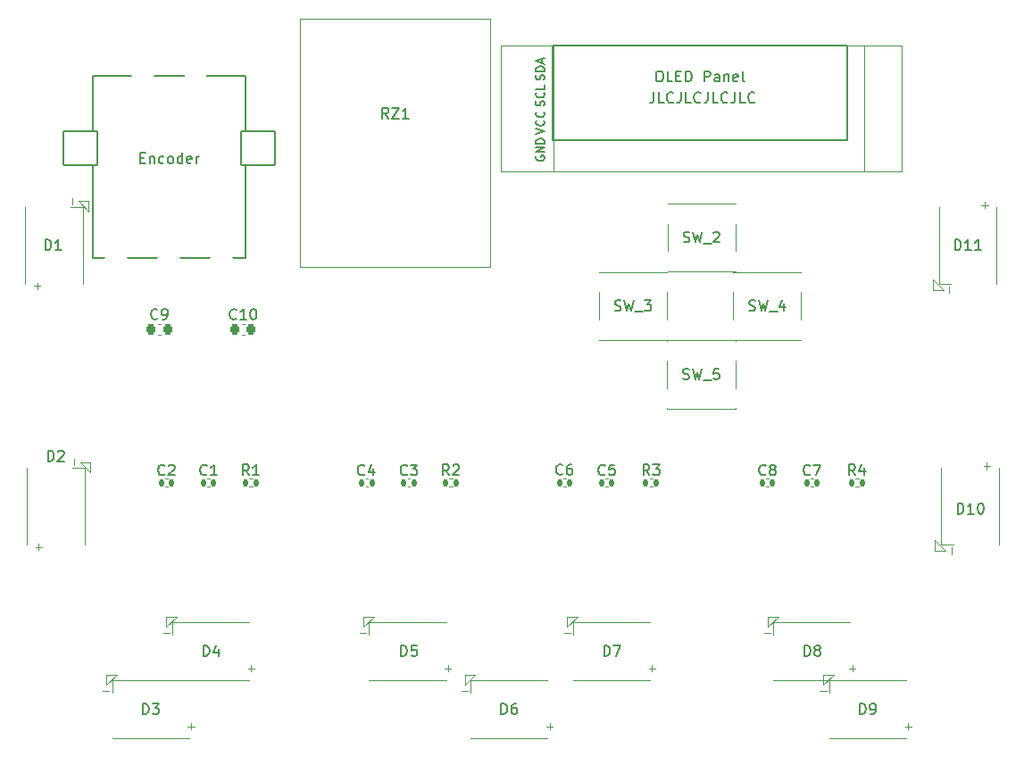
<source format=gto>
G04 #@! TF.GenerationSoftware,KiCad,Pcbnew,8.0.1*
G04 #@! TF.CreationDate,2024-04-13T19:32:52-07:00*
G04 #@! TF.ProjectId,strellpad,73747265-6c6c-4706-9164-2e6b69636164,rev?*
G04 #@! TF.SameCoordinates,Original*
G04 #@! TF.FileFunction,Legend,Top*
G04 #@! TF.FilePolarity,Positive*
%FSLAX46Y46*%
G04 Gerber Fmt 4.6, Leading zero omitted, Abs format (unit mm)*
G04 Created by KiCad (PCBNEW 8.0.1) date 2024-04-13 19:32:52*
%MOMM*%
%LPD*%
G01*
G04 APERTURE LIST*
G04 Aperture macros list*
%AMRoundRect*
0 Rectangle with rounded corners*
0 $1 Rounding radius*
0 $2 $3 $4 $5 $6 $7 $8 $9 X,Y pos of 4 corners*
0 Add a 4 corners polygon primitive as box body*
4,1,4,$2,$3,$4,$5,$6,$7,$8,$9,$2,$3,0*
0 Add four circle primitives for the rounded corners*
1,1,$1+$1,$2,$3*
1,1,$1+$1,$4,$5*
1,1,$1+$1,$6,$7*
1,1,$1+$1,$8,$9*
0 Add four rect primitives between the rounded corners*
20,1,$1+$1,$2,$3,$4,$5,0*
20,1,$1+$1,$4,$5,$6,$7,0*
20,1,$1+$1,$6,$7,$8,$9,0*
20,1,$1+$1,$8,$9,$2,$3,0*%
G04 Aperture macros list end*
%ADD10C,0.150000*%
%ADD11C,0.100000*%
%ADD12C,0.120000*%
%ADD13C,0.040000*%
%ADD14RoundRect,0.140000X0.140000X0.170000X-0.140000X0.170000X-0.140000X-0.170000X0.140000X-0.170000X0*%
%ADD15R,1.500000X0.900000*%
%ADD16R,0.900000X1.500000*%
%ADD17RoundRect,0.102000X-1.608000X-1.608000X1.608000X-1.608000X1.608000X1.608000X-1.608000X1.608000X0*%
%ADD18C,2.154000*%
%ADD19C,1.750000*%
%ADD20RoundRect,0.140000X-0.140000X-0.170000X0.140000X-0.170000X0.140000X0.170000X-0.140000X0.170000X0*%
%ADD21RoundRect,0.135000X-0.135000X-0.185000X0.135000X-0.185000X0.135000X0.185000X-0.135000X0.185000X0*%
%ADD22R,1.550000X1.300000*%
%ADD23C,3.200000*%
%ADD24RoundRect,0.225000X-0.225000X-0.250000X0.225000X-0.250000X0.225000X0.250000X-0.225000X0.250000X0*%
%ADD25C,1.600000*%
%ADD26R,1.600000X1.600000*%
%ADD27RoundRect,0.300000X0.000000X-0.707107X0.707107X0.000000X0.000000X0.707107X-0.707107X0.000000X0*%
%ADD28R,1.700000X1.700000*%
%ADD29O,1.700000X1.700000*%
G04 APERTURE END LIST*
D10*
X95500000Y-93900000D02*
X110000000Y-93900000D01*
X110000000Y-111200000D01*
X95500000Y-111200000D01*
X95500000Y-93900000D01*
X139100000Y-91000000D02*
X167100000Y-91000000D01*
X167100000Y-100000000D01*
X139100000Y-100000000D01*
X139100000Y-91000000D01*
X100261905Y-154454819D02*
X100261905Y-153454819D01*
X100261905Y-153454819D02*
X100500000Y-153454819D01*
X100500000Y-153454819D02*
X100642857Y-153502438D01*
X100642857Y-153502438D02*
X100738095Y-153597676D01*
X100738095Y-153597676D02*
X100785714Y-153692914D01*
X100785714Y-153692914D02*
X100833333Y-153883390D01*
X100833333Y-153883390D02*
X100833333Y-154026247D01*
X100833333Y-154026247D02*
X100785714Y-154216723D01*
X100785714Y-154216723D02*
X100738095Y-154311961D01*
X100738095Y-154311961D02*
X100642857Y-154407200D01*
X100642857Y-154407200D02*
X100500000Y-154454819D01*
X100500000Y-154454819D02*
X100261905Y-154454819D01*
X101166667Y-153454819D02*
X101785714Y-153454819D01*
X101785714Y-153454819D02*
X101452381Y-153835771D01*
X101452381Y-153835771D02*
X101595238Y-153835771D01*
X101595238Y-153835771D02*
X101690476Y-153883390D01*
X101690476Y-153883390D02*
X101738095Y-153931009D01*
X101738095Y-153931009D02*
X101785714Y-154026247D01*
X101785714Y-154026247D02*
X101785714Y-154264342D01*
X101785714Y-154264342D02*
X101738095Y-154359580D01*
X101738095Y-154359580D02*
X101690476Y-154407200D01*
X101690476Y-154407200D02*
X101595238Y-154454819D01*
X101595238Y-154454819D02*
X101309524Y-154454819D01*
X101309524Y-154454819D02*
X101214286Y-154407200D01*
X101214286Y-154407200D02*
X101166667Y-154359580D01*
X134261905Y-154454819D02*
X134261905Y-153454819D01*
X134261905Y-153454819D02*
X134500000Y-153454819D01*
X134500000Y-153454819D02*
X134642857Y-153502438D01*
X134642857Y-153502438D02*
X134738095Y-153597676D01*
X134738095Y-153597676D02*
X134785714Y-153692914D01*
X134785714Y-153692914D02*
X134833333Y-153883390D01*
X134833333Y-153883390D02*
X134833333Y-154026247D01*
X134833333Y-154026247D02*
X134785714Y-154216723D01*
X134785714Y-154216723D02*
X134738095Y-154311961D01*
X134738095Y-154311961D02*
X134642857Y-154407200D01*
X134642857Y-154407200D02*
X134500000Y-154454819D01*
X134500000Y-154454819D02*
X134261905Y-154454819D01*
X135690476Y-153454819D02*
X135500000Y-153454819D01*
X135500000Y-153454819D02*
X135404762Y-153502438D01*
X135404762Y-153502438D02*
X135357143Y-153550057D01*
X135357143Y-153550057D02*
X135261905Y-153692914D01*
X135261905Y-153692914D02*
X135214286Y-153883390D01*
X135214286Y-153883390D02*
X135214286Y-154264342D01*
X135214286Y-154264342D02*
X135261905Y-154359580D01*
X135261905Y-154359580D02*
X135309524Y-154407200D01*
X135309524Y-154407200D02*
X135404762Y-154454819D01*
X135404762Y-154454819D02*
X135595238Y-154454819D01*
X135595238Y-154454819D02*
X135690476Y-154407200D01*
X135690476Y-154407200D02*
X135738095Y-154359580D01*
X135738095Y-154359580D02*
X135785714Y-154264342D01*
X135785714Y-154264342D02*
X135785714Y-154026247D01*
X135785714Y-154026247D02*
X135738095Y-153931009D01*
X135738095Y-153931009D02*
X135690476Y-153883390D01*
X135690476Y-153883390D02*
X135595238Y-153835771D01*
X135595238Y-153835771D02*
X135404762Y-153835771D01*
X135404762Y-153835771D02*
X135309524Y-153883390D01*
X135309524Y-153883390D02*
X135261905Y-153931009D01*
X135261905Y-153931009D02*
X135214286Y-154026247D01*
X124761905Y-148954819D02*
X124761905Y-147954819D01*
X124761905Y-147954819D02*
X125000000Y-147954819D01*
X125000000Y-147954819D02*
X125142857Y-148002438D01*
X125142857Y-148002438D02*
X125238095Y-148097676D01*
X125238095Y-148097676D02*
X125285714Y-148192914D01*
X125285714Y-148192914D02*
X125333333Y-148383390D01*
X125333333Y-148383390D02*
X125333333Y-148526247D01*
X125333333Y-148526247D02*
X125285714Y-148716723D01*
X125285714Y-148716723D02*
X125238095Y-148811961D01*
X125238095Y-148811961D02*
X125142857Y-148907200D01*
X125142857Y-148907200D02*
X125000000Y-148954819D01*
X125000000Y-148954819D02*
X124761905Y-148954819D01*
X126238095Y-147954819D02*
X125761905Y-147954819D01*
X125761905Y-147954819D02*
X125714286Y-148431009D01*
X125714286Y-148431009D02*
X125761905Y-148383390D01*
X125761905Y-148383390D02*
X125857143Y-148335771D01*
X125857143Y-148335771D02*
X126095238Y-148335771D01*
X126095238Y-148335771D02*
X126190476Y-148383390D01*
X126190476Y-148383390D02*
X126238095Y-148431009D01*
X126238095Y-148431009D02*
X126285714Y-148526247D01*
X126285714Y-148526247D02*
X126285714Y-148764342D01*
X126285714Y-148764342D02*
X126238095Y-148859580D01*
X126238095Y-148859580D02*
X126190476Y-148907200D01*
X126190476Y-148907200D02*
X126095238Y-148954819D01*
X126095238Y-148954819D02*
X125857143Y-148954819D01*
X125857143Y-148954819D02*
X125761905Y-148907200D01*
X125761905Y-148907200D02*
X125714286Y-148859580D01*
X144011905Y-148954819D02*
X144011905Y-147954819D01*
X144011905Y-147954819D02*
X144250000Y-147954819D01*
X144250000Y-147954819D02*
X144392857Y-148002438D01*
X144392857Y-148002438D02*
X144488095Y-148097676D01*
X144488095Y-148097676D02*
X144535714Y-148192914D01*
X144535714Y-148192914D02*
X144583333Y-148383390D01*
X144583333Y-148383390D02*
X144583333Y-148526247D01*
X144583333Y-148526247D02*
X144535714Y-148716723D01*
X144535714Y-148716723D02*
X144488095Y-148811961D01*
X144488095Y-148811961D02*
X144392857Y-148907200D01*
X144392857Y-148907200D02*
X144250000Y-148954819D01*
X144250000Y-148954819D02*
X144011905Y-148954819D01*
X144916667Y-147954819D02*
X145583333Y-147954819D01*
X145583333Y-147954819D02*
X145154762Y-148954819D01*
X177285714Y-110454819D02*
X177285714Y-109454819D01*
X177285714Y-109454819D02*
X177523809Y-109454819D01*
X177523809Y-109454819D02*
X177666666Y-109502438D01*
X177666666Y-109502438D02*
X177761904Y-109597676D01*
X177761904Y-109597676D02*
X177809523Y-109692914D01*
X177809523Y-109692914D02*
X177857142Y-109883390D01*
X177857142Y-109883390D02*
X177857142Y-110026247D01*
X177857142Y-110026247D02*
X177809523Y-110216723D01*
X177809523Y-110216723D02*
X177761904Y-110311961D01*
X177761904Y-110311961D02*
X177666666Y-110407200D01*
X177666666Y-110407200D02*
X177523809Y-110454819D01*
X177523809Y-110454819D02*
X177285714Y-110454819D01*
X178809523Y-110454819D02*
X178238095Y-110454819D01*
X178523809Y-110454819D02*
X178523809Y-109454819D01*
X178523809Y-109454819D02*
X178428571Y-109597676D01*
X178428571Y-109597676D02*
X178333333Y-109692914D01*
X178333333Y-109692914D02*
X178238095Y-109740533D01*
X179761904Y-110454819D02*
X179190476Y-110454819D01*
X179476190Y-110454819D02*
X179476190Y-109454819D01*
X179476190Y-109454819D02*
X179380952Y-109597676D01*
X179380952Y-109597676D02*
X179285714Y-109692914D01*
X179285714Y-109692914D02*
X179190476Y-109740533D01*
X91261905Y-130454819D02*
X91261905Y-129454819D01*
X91261905Y-129454819D02*
X91500000Y-129454819D01*
X91500000Y-129454819D02*
X91642857Y-129502438D01*
X91642857Y-129502438D02*
X91738095Y-129597676D01*
X91738095Y-129597676D02*
X91785714Y-129692914D01*
X91785714Y-129692914D02*
X91833333Y-129883390D01*
X91833333Y-129883390D02*
X91833333Y-130026247D01*
X91833333Y-130026247D02*
X91785714Y-130216723D01*
X91785714Y-130216723D02*
X91738095Y-130311961D01*
X91738095Y-130311961D02*
X91642857Y-130407200D01*
X91642857Y-130407200D02*
X91500000Y-130454819D01*
X91500000Y-130454819D02*
X91261905Y-130454819D01*
X92214286Y-129550057D02*
X92261905Y-129502438D01*
X92261905Y-129502438D02*
X92357143Y-129454819D01*
X92357143Y-129454819D02*
X92595238Y-129454819D01*
X92595238Y-129454819D02*
X92690476Y-129502438D01*
X92690476Y-129502438D02*
X92738095Y-129550057D01*
X92738095Y-129550057D02*
X92785714Y-129645295D01*
X92785714Y-129645295D02*
X92785714Y-129740533D01*
X92785714Y-129740533D02*
X92738095Y-129883390D01*
X92738095Y-129883390D02*
X92166667Y-130454819D01*
X92166667Y-130454819D02*
X92785714Y-130454819D01*
X91011905Y-110454819D02*
X91011905Y-109454819D01*
X91011905Y-109454819D02*
X91250000Y-109454819D01*
X91250000Y-109454819D02*
X91392857Y-109502438D01*
X91392857Y-109502438D02*
X91488095Y-109597676D01*
X91488095Y-109597676D02*
X91535714Y-109692914D01*
X91535714Y-109692914D02*
X91583333Y-109883390D01*
X91583333Y-109883390D02*
X91583333Y-110026247D01*
X91583333Y-110026247D02*
X91535714Y-110216723D01*
X91535714Y-110216723D02*
X91488095Y-110311961D01*
X91488095Y-110311961D02*
X91392857Y-110407200D01*
X91392857Y-110407200D02*
X91250000Y-110454819D01*
X91250000Y-110454819D02*
X91011905Y-110454819D01*
X92535714Y-110454819D02*
X91964286Y-110454819D01*
X92250000Y-110454819D02*
X92250000Y-109454819D01*
X92250000Y-109454819D02*
X92154762Y-109597676D01*
X92154762Y-109597676D02*
X92059524Y-109692914D01*
X92059524Y-109692914D02*
X91964286Y-109740533D01*
X148722493Y-95469819D02*
X148722493Y-96184104D01*
X148722493Y-96184104D02*
X148674874Y-96326961D01*
X148674874Y-96326961D02*
X148579636Y-96422200D01*
X148579636Y-96422200D02*
X148436779Y-96469819D01*
X148436779Y-96469819D02*
X148341541Y-96469819D01*
X149674874Y-96469819D02*
X149198684Y-96469819D01*
X149198684Y-96469819D02*
X149198684Y-95469819D01*
X150579636Y-96374580D02*
X150532017Y-96422200D01*
X150532017Y-96422200D02*
X150389160Y-96469819D01*
X150389160Y-96469819D02*
X150293922Y-96469819D01*
X150293922Y-96469819D02*
X150151065Y-96422200D01*
X150151065Y-96422200D02*
X150055827Y-96326961D01*
X150055827Y-96326961D02*
X150008208Y-96231723D01*
X150008208Y-96231723D02*
X149960589Y-96041247D01*
X149960589Y-96041247D02*
X149960589Y-95898390D01*
X149960589Y-95898390D02*
X150008208Y-95707914D01*
X150008208Y-95707914D02*
X150055827Y-95612676D01*
X150055827Y-95612676D02*
X150151065Y-95517438D01*
X150151065Y-95517438D02*
X150293922Y-95469819D01*
X150293922Y-95469819D02*
X150389160Y-95469819D01*
X150389160Y-95469819D02*
X150532017Y-95517438D01*
X150532017Y-95517438D02*
X150579636Y-95565057D01*
X151293922Y-95469819D02*
X151293922Y-96184104D01*
X151293922Y-96184104D02*
X151246303Y-96326961D01*
X151246303Y-96326961D02*
X151151065Y-96422200D01*
X151151065Y-96422200D02*
X151008208Y-96469819D01*
X151008208Y-96469819D02*
X150912970Y-96469819D01*
X152246303Y-96469819D02*
X151770113Y-96469819D01*
X151770113Y-96469819D02*
X151770113Y-95469819D01*
X153151065Y-96374580D02*
X153103446Y-96422200D01*
X153103446Y-96422200D02*
X152960589Y-96469819D01*
X152960589Y-96469819D02*
X152865351Y-96469819D01*
X152865351Y-96469819D02*
X152722494Y-96422200D01*
X152722494Y-96422200D02*
X152627256Y-96326961D01*
X152627256Y-96326961D02*
X152579637Y-96231723D01*
X152579637Y-96231723D02*
X152532018Y-96041247D01*
X152532018Y-96041247D02*
X152532018Y-95898390D01*
X152532018Y-95898390D02*
X152579637Y-95707914D01*
X152579637Y-95707914D02*
X152627256Y-95612676D01*
X152627256Y-95612676D02*
X152722494Y-95517438D01*
X152722494Y-95517438D02*
X152865351Y-95469819D01*
X152865351Y-95469819D02*
X152960589Y-95469819D01*
X152960589Y-95469819D02*
X153103446Y-95517438D01*
X153103446Y-95517438D02*
X153151065Y-95565057D01*
X153865351Y-95469819D02*
X153865351Y-96184104D01*
X153865351Y-96184104D02*
X153817732Y-96326961D01*
X153817732Y-96326961D02*
X153722494Y-96422200D01*
X153722494Y-96422200D02*
X153579637Y-96469819D01*
X153579637Y-96469819D02*
X153484399Y-96469819D01*
X154817732Y-96469819D02*
X154341542Y-96469819D01*
X154341542Y-96469819D02*
X154341542Y-95469819D01*
X155722494Y-96374580D02*
X155674875Y-96422200D01*
X155674875Y-96422200D02*
X155532018Y-96469819D01*
X155532018Y-96469819D02*
X155436780Y-96469819D01*
X155436780Y-96469819D02*
X155293923Y-96422200D01*
X155293923Y-96422200D02*
X155198685Y-96326961D01*
X155198685Y-96326961D02*
X155151066Y-96231723D01*
X155151066Y-96231723D02*
X155103447Y-96041247D01*
X155103447Y-96041247D02*
X155103447Y-95898390D01*
X155103447Y-95898390D02*
X155151066Y-95707914D01*
X155151066Y-95707914D02*
X155198685Y-95612676D01*
X155198685Y-95612676D02*
X155293923Y-95517438D01*
X155293923Y-95517438D02*
X155436780Y-95469819D01*
X155436780Y-95469819D02*
X155532018Y-95469819D01*
X155532018Y-95469819D02*
X155674875Y-95517438D01*
X155674875Y-95517438D02*
X155722494Y-95565057D01*
X156436780Y-95469819D02*
X156436780Y-96184104D01*
X156436780Y-96184104D02*
X156389161Y-96326961D01*
X156389161Y-96326961D02*
X156293923Y-96422200D01*
X156293923Y-96422200D02*
X156151066Y-96469819D01*
X156151066Y-96469819D02*
X156055828Y-96469819D01*
X157389161Y-96469819D02*
X156912971Y-96469819D01*
X156912971Y-96469819D02*
X156912971Y-95469819D01*
X158293923Y-96374580D02*
X158246304Y-96422200D01*
X158246304Y-96422200D02*
X158103447Y-96469819D01*
X158103447Y-96469819D02*
X158008209Y-96469819D01*
X158008209Y-96469819D02*
X157865352Y-96422200D01*
X157865352Y-96422200D02*
X157770114Y-96326961D01*
X157770114Y-96326961D02*
X157722495Y-96231723D01*
X157722495Y-96231723D02*
X157674876Y-96041247D01*
X157674876Y-96041247D02*
X157674876Y-95898390D01*
X157674876Y-95898390D02*
X157722495Y-95707914D01*
X157722495Y-95707914D02*
X157770114Y-95612676D01*
X157770114Y-95612676D02*
X157865352Y-95517438D01*
X157865352Y-95517438D02*
X158008209Y-95469819D01*
X158008209Y-95469819D02*
X158103447Y-95469819D01*
X158103447Y-95469819D02*
X158246304Y-95517438D01*
X158246304Y-95517438D02*
X158293923Y-95565057D01*
X163011905Y-148954819D02*
X163011905Y-147954819D01*
X163011905Y-147954819D02*
X163250000Y-147954819D01*
X163250000Y-147954819D02*
X163392857Y-148002438D01*
X163392857Y-148002438D02*
X163488095Y-148097676D01*
X163488095Y-148097676D02*
X163535714Y-148192914D01*
X163535714Y-148192914D02*
X163583333Y-148383390D01*
X163583333Y-148383390D02*
X163583333Y-148526247D01*
X163583333Y-148526247D02*
X163535714Y-148716723D01*
X163535714Y-148716723D02*
X163488095Y-148811961D01*
X163488095Y-148811961D02*
X163392857Y-148907200D01*
X163392857Y-148907200D02*
X163250000Y-148954819D01*
X163250000Y-148954819D02*
X163011905Y-148954819D01*
X164154762Y-148383390D02*
X164059524Y-148335771D01*
X164059524Y-148335771D02*
X164011905Y-148288152D01*
X164011905Y-148288152D02*
X163964286Y-148192914D01*
X163964286Y-148192914D02*
X163964286Y-148145295D01*
X163964286Y-148145295D02*
X164011905Y-148050057D01*
X164011905Y-148050057D02*
X164059524Y-148002438D01*
X164059524Y-148002438D02*
X164154762Y-147954819D01*
X164154762Y-147954819D02*
X164345238Y-147954819D01*
X164345238Y-147954819D02*
X164440476Y-148002438D01*
X164440476Y-148002438D02*
X164488095Y-148050057D01*
X164488095Y-148050057D02*
X164535714Y-148145295D01*
X164535714Y-148145295D02*
X164535714Y-148192914D01*
X164535714Y-148192914D02*
X164488095Y-148288152D01*
X164488095Y-148288152D02*
X164440476Y-148335771D01*
X164440476Y-148335771D02*
X164345238Y-148383390D01*
X164345238Y-148383390D02*
X164154762Y-148383390D01*
X164154762Y-148383390D02*
X164059524Y-148431009D01*
X164059524Y-148431009D02*
X164011905Y-148478628D01*
X164011905Y-148478628D02*
X163964286Y-148573866D01*
X163964286Y-148573866D02*
X163964286Y-148764342D01*
X163964286Y-148764342D02*
X164011905Y-148859580D01*
X164011905Y-148859580D02*
X164059524Y-148907200D01*
X164059524Y-148907200D02*
X164154762Y-148954819D01*
X164154762Y-148954819D02*
X164345238Y-148954819D01*
X164345238Y-148954819D02*
X164440476Y-148907200D01*
X164440476Y-148907200D02*
X164488095Y-148859580D01*
X164488095Y-148859580D02*
X164535714Y-148764342D01*
X164535714Y-148764342D02*
X164535714Y-148573866D01*
X164535714Y-148573866D02*
X164488095Y-148478628D01*
X164488095Y-148478628D02*
X164440476Y-148431009D01*
X164440476Y-148431009D02*
X164345238Y-148383390D01*
X106011905Y-148954819D02*
X106011905Y-147954819D01*
X106011905Y-147954819D02*
X106250000Y-147954819D01*
X106250000Y-147954819D02*
X106392857Y-148002438D01*
X106392857Y-148002438D02*
X106488095Y-148097676D01*
X106488095Y-148097676D02*
X106535714Y-148192914D01*
X106535714Y-148192914D02*
X106583333Y-148383390D01*
X106583333Y-148383390D02*
X106583333Y-148526247D01*
X106583333Y-148526247D02*
X106535714Y-148716723D01*
X106535714Y-148716723D02*
X106488095Y-148811961D01*
X106488095Y-148811961D02*
X106392857Y-148907200D01*
X106392857Y-148907200D02*
X106250000Y-148954819D01*
X106250000Y-148954819D02*
X106011905Y-148954819D01*
X107440476Y-148288152D02*
X107440476Y-148954819D01*
X107202381Y-147907200D02*
X106964286Y-148621485D01*
X106964286Y-148621485D02*
X107583333Y-148621485D01*
X177535714Y-135454819D02*
X177535714Y-134454819D01*
X177535714Y-134454819D02*
X177773809Y-134454819D01*
X177773809Y-134454819D02*
X177916666Y-134502438D01*
X177916666Y-134502438D02*
X178011904Y-134597676D01*
X178011904Y-134597676D02*
X178059523Y-134692914D01*
X178059523Y-134692914D02*
X178107142Y-134883390D01*
X178107142Y-134883390D02*
X178107142Y-135026247D01*
X178107142Y-135026247D02*
X178059523Y-135216723D01*
X178059523Y-135216723D02*
X178011904Y-135311961D01*
X178011904Y-135311961D02*
X177916666Y-135407200D01*
X177916666Y-135407200D02*
X177773809Y-135454819D01*
X177773809Y-135454819D02*
X177535714Y-135454819D01*
X179059523Y-135454819D02*
X178488095Y-135454819D01*
X178773809Y-135454819D02*
X178773809Y-134454819D01*
X178773809Y-134454819D02*
X178678571Y-134597676D01*
X178678571Y-134597676D02*
X178583333Y-134692914D01*
X178583333Y-134692914D02*
X178488095Y-134740533D01*
X179678571Y-134454819D02*
X179773809Y-134454819D01*
X179773809Y-134454819D02*
X179869047Y-134502438D01*
X179869047Y-134502438D02*
X179916666Y-134550057D01*
X179916666Y-134550057D02*
X179964285Y-134645295D01*
X179964285Y-134645295D02*
X180011904Y-134835771D01*
X180011904Y-134835771D02*
X180011904Y-135073866D01*
X180011904Y-135073866D02*
X179964285Y-135264342D01*
X179964285Y-135264342D02*
X179916666Y-135359580D01*
X179916666Y-135359580D02*
X179869047Y-135407200D01*
X179869047Y-135407200D02*
X179773809Y-135454819D01*
X179773809Y-135454819D02*
X179678571Y-135454819D01*
X179678571Y-135454819D02*
X179583333Y-135407200D01*
X179583333Y-135407200D02*
X179535714Y-135359580D01*
X179535714Y-135359580D02*
X179488095Y-135264342D01*
X179488095Y-135264342D02*
X179440476Y-135073866D01*
X179440476Y-135073866D02*
X179440476Y-134835771D01*
X179440476Y-134835771D02*
X179488095Y-134645295D01*
X179488095Y-134645295D02*
X179535714Y-134550057D01*
X179535714Y-134550057D02*
X179583333Y-134502438D01*
X179583333Y-134502438D02*
X179678571Y-134454819D01*
X168261905Y-154454819D02*
X168261905Y-153454819D01*
X168261905Y-153454819D02*
X168500000Y-153454819D01*
X168500000Y-153454819D02*
X168642857Y-153502438D01*
X168642857Y-153502438D02*
X168738095Y-153597676D01*
X168738095Y-153597676D02*
X168785714Y-153692914D01*
X168785714Y-153692914D02*
X168833333Y-153883390D01*
X168833333Y-153883390D02*
X168833333Y-154026247D01*
X168833333Y-154026247D02*
X168785714Y-154216723D01*
X168785714Y-154216723D02*
X168738095Y-154311961D01*
X168738095Y-154311961D02*
X168642857Y-154407200D01*
X168642857Y-154407200D02*
X168500000Y-154454819D01*
X168500000Y-154454819D02*
X168261905Y-154454819D01*
X169309524Y-154454819D02*
X169500000Y-154454819D01*
X169500000Y-154454819D02*
X169595238Y-154407200D01*
X169595238Y-154407200D02*
X169642857Y-154359580D01*
X169642857Y-154359580D02*
X169738095Y-154216723D01*
X169738095Y-154216723D02*
X169785714Y-154026247D01*
X169785714Y-154026247D02*
X169785714Y-153645295D01*
X169785714Y-153645295D02*
X169738095Y-153550057D01*
X169738095Y-153550057D02*
X169690476Y-153502438D01*
X169690476Y-153502438D02*
X169595238Y-153454819D01*
X169595238Y-153454819D02*
X169404762Y-153454819D01*
X169404762Y-153454819D02*
X169309524Y-153502438D01*
X169309524Y-153502438D02*
X169261905Y-153550057D01*
X169261905Y-153550057D02*
X169214286Y-153645295D01*
X169214286Y-153645295D02*
X169214286Y-153883390D01*
X169214286Y-153883390D02*
X169261905Y-153978628D01*
X169261905Y-153978628D02*
X169309524Y-154026247D01*
X169309524Y-154026247D02*
X169404762Y-154073866D01*
X169404762Y-154073866D02*
X169595238Y-154073866D01*
X169595238Y-154073866D02*
X169690476Y-154026247D01*
X169690476Y-154026247D02*
X169738095Y-153978628D01*
X169738095Y-153978628D02*
X169785714Y-153883390D01*
X100011904Y-101681009D02*
X100345237Y-101681009D01*
X100488094Y-102204819D02*
X100011904Y-102204819D01*
X100011904Y-102204819D02*
X100011904Y-101204819D01*
X100011904Y-101204819D02*
X100488094Y-101204819D01*
X100916666Y-101538152D02*
X100916666Y-102204819D01*
X100916666Y-101633390D02*
X100964285Y-101585771D01*
X100964285Y-101585771D02*
X101059523Y-101538152D01*
X101059523Y-101538152D02*
X101202380Y-101538152D01*
X101202380Y-101538152D02*
X101297618Y-101585771D01*
X101297618Y-101585771D02*
X101345237Y-101681009D01*
X101345237Y-101681009D02*
X101345237Y-102204819D01*
X102249999Y-102157200D02*
X102154761Y-102204819D01*
X102154761Y-102204819D02*
X101964285Y-102204819D01*
X101964285Y-102204819D02*
X101869047Y-102157200D01*
X101869047Y-102157200D02*
X101821428Y-102109580D01*
X101821428Y-102109580D02*
X101773809Y-102014342D01*
X101773809Y-102014342D02*
X101773809Y-101728628D01*
X101773809Y-101728628D02*
X101821428Y-101633390D01*
X101821428Y-101633390D02*
X101869047Y-101585771D01*
X101869047Y-101585771D02*
X101964285Y-101538152D01*
X101964285Y-101538152D02*
X102154761Y-101538152D01*
X102154761Y-101538152D02*
X102249999Y-101585771D01*
X102821428Y-102204819D02*
X102726190Y-102157200D01*
X102726190Y-102157200D02*
X102678571Y-102109580D01*
X102678571Y-102109580D02*
X102630952Y-102014342D01*
X102630952Y-102014342D02*
X102630952Y-101728628D01*
X102630952Y-101728628D02*
X102678571Y-101633390D01*
X102678571Y-101633390D02*
X102726190Y-101585771D01*
X102726190Y-101585771D02*
X102821428Y-101538152D01*
X102821428Y-101538152D02*
X102964285Y-101538152D01*
X102964285Y-101538152D02*
X103059523Y-101585771D01*
X103059523Y-101585771D02*
X103107142Y-101633390D01*
X103107142Y-101633390D02*
X103154761Y-101728628D01*
X103154761Y-101728628D02*
X103154761Y-102014342D01*
X103154761Y-102014342D02*
X103107142Y-102109580D01*
X103107142Y-102109580D02*
X103059523Y-102157200D01*
X103059523Y-102157200D02*
X102964285Y-102204819D01*
X102964285Y-102204819D02*
X102821428Y-102204819D01*
X104011904Y-102204819D02*
X104011904Y-101204819D01*
X104011904Y-102157200D02*
X103916666Y-102204819D01*
X103916666Y-102204819D02*
X103726190Y-102204819D01*
X103726190Y-102204819D02*
X103630952Y-102157200D01*
X103630952Y-102157200D02*
X103583333Y-102109580D01*
X103583333Y-102109580D02*
X103535714Y-102014342D01*
X103535714Y-102014342D02*
X103535714Y-101728628D01*
X103535714Y-101728628D02*
X103583333Y-101633390D01*
X103583333Y-101633390D02*
X103630952Y-101585771D01*
X103630952Y-101585771D02*
X103726190Y-101538152D01*
X103726190Y-101538152D02*
X103916666Y-101538152D01*
X103916666Y-101538152D02*
X104011904Y-101585771D01*
X104869047Y-102157200D02*
X104773809Y-102204819D01*
X104773809Y-102204819D02*
X104583333Y-102204819D01*
X104583333Y-102204819D02*
X104488095Y-102157200D01*
X104488095Y-102157200D02*
X104440476Y-102061961D01*
X104440476Y-102061961D02*
X104440476Y-101681009D01*
X104440476Y-101681009D02*
X104488095Y-101585771D01*
X104488095Y-101585771D02*
X104583333Y-101538152D01*
X104583333Y-101538152D02*
X104773809Y-101538152D01*
X104773809Y-101538152D02*
X104869047Y-101585771D01*
X104869047Y-101585771D02*
X104916666Y-101681009D01*
X104916666Y-101681009D02*
X104916666Y-101776247D01*
X104916666Y-101776247D02*
X104440476Y-101871485D01*
X105345238Y-102204819D02*
X105345238Y-101538152D01*
X105345238Y-101728628D02*
X105392857Y-101633390D01*
X105392857Y-101633390D02*
X105440476Y-101585771D01*
X105440476Y-101585771D02*
X105535714Y-101538152D01*
X105535714Y-101538152D02*
X105630952Y-101538152D01*
X140083333Y-131659580D02*
X140035714Y-131707200D01*
X140035714Y-131707200D02*
X139892857Y-131754819D01*
X139892857Y-131754819D02*
X139797619Y-131754819D01*
X139797619Y-131754819D02*
X139654762Y-131707200D01*
X139654762Y-131707200D02*
X139559524Y-131611961D01*
X139559524Y-131611961D02*
X139511905Y-131516723D01*
X139511905Y-131516723D02*
X139464286Y-131326247D01*
X139464286Y-131326247D02*
X139464286Y-131183390D01*
X139464286Y-131183390D02*
X139511905Y-130992914D01*
X139511905Y-130992914D02*
X139559524Y-130897676D01*
X139559524Y-130897676D02*
X139654762Y-130802438D01*
X139654762Y-130802438D02*
X139797619Y-130754819D01*
X139797619Y-130754819D02*
X139892857Y-130754819D01*
X139892857Y-130754819D02*
X140035714Y-130802438D01*
X140035714Y-130802438D02*
X140083333Y-130850057D01*
X140940476Y-130754819D02*
X140750000Y-130754819D01*
X140750000Y-130754819D02*
X140654762Y-130802438D01*
X140654762Y-130802438D02*
X140607143Y-130850057D01*
X140607143Y-130850057D02*
X140511905Y-130992914D01*
X140511905Y-130992914D02*
X140464286Y-131183390D01*
X140464286Y-131183390D02*
X140464286Y-131564342D01*
X140464286Y-131564342D02*
X140511905Y-131659580D01*
X140511905Y-131659580D02*
X140559524Y-131707200D01*
X140559524Y-131707200D02*
X140654762Y-131754819D01*
X140654762Y-131754819D02*
X140845238Y-131754819D01*
X140845238Y-131754819D02*
X140940476Y-131707200D01*
X140940476Y-131707200D02*
X140988095Y-131659580D01*
X140988095Y-131659580D02*
X141035714Y-131564342D01*
X141035714Y-131564342D02*
X141035714Y-131326247D01*
X141035714Y-131326247D02*
X140988095Y-131231009D01*
X140988095Y-131231009D02*
X140940476Y-131183390D01*
X140940476Y-131183390D02*
X140845238Y-131135771D01*
X140845238Y-131135771D02*
X140654762Y-131135771D01*
X140654762Y-131135771D02*
X140559524Y-131183390D01*
X140559524Y-131183390D02*
X140511905Y-131231009D01*
X140511905Y-131231009D02*
X140464286Y-131326247D01*
D11*
X173143734Y-155607866D02*
X172534211Y-155607866D01*
X172838972Y-155303104D02*
X172838972Y-155912628D01*
X165093734Y-152232866D02*
X164484211Y-152232866D01*
X90237133Y-114143734D02*
X90237133Y-113534211D01*
X90541895Y-113838972D02*
X89932371Y-113838972D01*
X93612133Y-106093734D02*
X93612133Y-105484211D01*
X148853734Y-150107866D02*
X148244211Y-150107866D01*
X148548972Y-149803104D02*
X148548972Y-150412628D01*
X140803734Y-146732866D02*
X140194211Y-146732866D01*
D10*
X106333333Y-131699580D02*
X106285714Y-131747200D01*
X106285714Y-131747200D02*
X106142857Y-131794819D01*
X106142857Y-131794819D02*
X106047619Y-131794819D01*
X106047619Y-131794819D02*
X105904762Y-131747200D01*
X105904762Y-131747200D02*
X105809524Y-131651961D01*
X105809524Y-131651961D02*
X105761905Y-131556723D01*
X105761905Y-131556723D02*
X105714286Y-131366247D01*
X105714286Y-131366247D02*
X105714286Y-131223390D01*
X105714286Y-131223390D02*
X105761905Y-131032914D01*
X105761905Y-131032914D02*
X105809524Y-130937676D01*
X105809524Y-130937676D02*
X105904762Y-130842438D01*
X105904762Y-130842438D02*
X106047619Y-130794819D01*
X106047619Y-130794819D02*
X106142857Y-130794819D01*
X106142857Y-130794819D02*
X106285714Y-130842438D01*
X106285714Y-130842438D02*
X106333333Y-130890057D01*
X107285714Y-131794819D02*
X106714286Y-131794819D01*
X107000000Y-131794819D02*
X107000000Y-130794819D01*
X107000000Y-130794819D02*
X106904762Y-130937676D01*
X106904762Y-130937676D02*
X106809524Y-131032914D01*
X106809524Y-131032914D02*
X106714286Y-131080533D01*
D11*
X105143734Y-155607866D02*
X104534211Y-155607866D01*
X104838972Y-155303104D02*
X104838972Y-155912628D01*
X97093734Y-152232866D02*
X96484211Y-152232866D01*
D10*
X163553333Y-131709580D02*
X163505714Y-131757200D01*
X163505714Y-131757200D02*
X163362857Y-131804819D01*
X163362857Y-131804819D02*
X163267619Y-131804819D01*
X163267619Y-131804819D02*
X163124762Y-131757200D01*
X163124762Y-131757200D02*
X163029524Y-131661961D01*
X163029524Y-131661961D02*
X162981905Y-131566723D01*
X162981905Y-131566723D02*
X162934286Y-131376247D01*
X162934286Y-131376247D02*
X162934286Y-131233390D01*
X162934286Y-131233390D02*
X162981905Y-131042914D01*
X162981905Y-131042914D02*
X163029524Y-130947676D01*
X163029524Y-130947676D02*
X163124762Y-130852438D01*
X163124762Y-130852438D02*
X163267619Y-130804819D01*
X163267619Y-130804819D02*
X163362857Y-130804819D01*
X163362857Y-130804819D02*
X163505714Y-130852438D01*
X163505714Y-130852438D02*
X163553333Y-130900057D01*
X163886667Y-130804819D02*
X164553333Y-130804819D01*
X164553333Y-130804819D02*
X164124762Y-131804819D01*
X102333333Y-131709580D02*
X102285714Y-131757200D01*
X102285714Y-131757200D02*
X102142857Y-131804819D01*
X102142857Y-131804819D02*
X102047619Y-131804819D01*
X102047619Y-131804819D02*
X101904762Y-131757200D01*
X101904762Y-131757200D02*
X101809524Y-131661961D01*
X101809524Y-131661961D02*
X101761905Y-131566723D01*
X101761905Y-131566723D02*
X101714286Y-131376247D01*
X101714286Y-131376247D02*
X101714286Y-131233390D01*
X101714286Y-131233390D02*
X101761905Y-131042914D01*
X101761905Y-131042914D02*
X101809524Y-130947676D01*
X101809524Y-130947676D02*
X101904762Y-130852438D01*
X101904762Y-130852438D02*
X102047619Y-130804819D01*
X102047619Y-130804819D02*
X102142857Y-130804819D01*
X102142857Y-130804819D02*
X102285714Y-130852438D01*
X102285714Y-130852438D02*
X102333333Y-130900057D01*
X102714286Y-130900057D02*
X102761905Y-130852438D01*
X102761905Y-130852438D02*
X102857143Y-130804819D01*
X102857143Y-130804819D02*
X103095238Y-130804819D01*
X103095238Y-130804819D02*
X103190476Y-130852438D01*
X103190476Y-130852438D02*
X103238095Y-130900057D01*
X103238095Y-130900057D02*
X103285714Y-130995295D01*
X103285714Y-130995295D02*
X103285714Y-131090533D01*
X103285714Y-131090533D02*
X103238095Y-131233390D01*
X103238095Y-131233390D02*
X102666667Y-131804819D01*
X102666667Y-131804819D02*
X103285714Y-131804819D01*
D11*
X180107866Y-105856265D02*
X180107866Y-106465789D01*
X179803104Y-106161027D02*
X180412628Y-106161027D01*
X176732866Y-113906265D02*
X176732866Y-114515789D01*
D10*
X125343333Y-131699580D02*
X125295714Y-131747200D01*
X125295714Y-131747200D02*
X125152857Y-131794819D01*
X125152857Y-131794819D02*
X125057619Y-131794819D01*
X125057619Y-131794819D02*
X124914762Y-131747200D01*
X124914762Y-131747200D02*
X124819524Y-131651961D01*
X124819524Y-131651961D02*
X124771905Y-131556723D01*
X124771905Y-131556723D02*
X124724286Y-131366247D01*
X124724286Y-131366247D02*
X124724286Y-131223390D01*
X124724286Y-131223390D02*
X124771905Y-131032914D01*
X124771905Y-131032914D02*
X124819524Y-130937676D01*
X124819524Y-130937676D02*
X124914762Y-130842438D01*
X124914762Y-130842438D02*
X125057619Y-130794819D01*
X125057619Y-130794819D02*
X125152857Y-130794819D01*
X125152857Y-130794819D02*
X125295714Y-130842438D01*
X125295714Y-130842438D02*
X125343333Y-130890057D01*
X125676667Y-130794819D02*
X126295714Y-130794819D01*
X126295714Y-130794819D02*
X125962381Y-131175771D01*
X125962381Y-131175771D02*
X126105238Y-131175771D01*
X126105238Y-131175771D02*
X126200476Y-131223390D01*
X126200476Y-131223390D02*
X126248095Y-131271009D01*
X126248095Y-131271009D02*
X126295714Y-131366247D01*
X126295714Y-131366247D02*
X126295714Y-131604342D01*
X126295714Y-131604342D02*
X126248095Y-131699580D01*
X126248095Y-131699580D02*
X126200476Y-131747200D01*
X126200476Y-131747200D02*
X126105238Y-131794819D01*
X126105238Y-131794819D02*
X125819524Y-131794819D01*
X125819524Y-131794819D02*
X125724286Y-131747200D01*
X125724286Y-131747200D02*
X125676667Y-131699580D01*
D11*
X176942866Y-138656265D02*
X176942866Y-139265789D01*
X180317866Y-130606265D02*
X180317866Y-131215789D01*
X180013104Y-130911027D02*
X180622628Y-130911027D01*
D10*
X110323333Y-131784819D02*
X109990000Y-131308628D01*
X109751905Y-131784819D02*
X109751905Y-130784819D01*
X109751905Y-130784819D02*
X110132857Y-130784819D01*
X110132857Y-130784819D02*
X110228095Y-130832438D01*
X110228095Y-130832438D02*
X110275714Y-130880057D01*
X110275714Y-130880057D02*
X110323333Y-130975295D01*
X110323333Y-130975295D02*
X110323333Y-131118152D01*
X110323333Y-131118152D02*
X110275714Y-131213390D01*
X110275714Y-131213390D02*
X110228095Y-131261009D01*
X110228095Y-131261009D02*
X110132857Y-131308628D01*
X110132857Y-131308628D02*
X109751905Y-131308628D01*
X111275714Y-131784819D02*
X110704286Y-131784819D01*
X110990000Y-131784819D02*
X110990000Y-130784819D01*
X110990000Y-130784819D02*
X110894762Y-130927676D01*
X110894762Y-130927676D02*
X110799524Y-131022914D01*
X110799524Y-131022914D02*
X110704286Y-131070533D01*
X129313333Y-131784819D02*
X128980000Y-131308628D01*
X128741905Y-131784819D02*
X128741905Y-130784819D01*
X128741905Y-130784819D02*
X129122857Y-130784819D01*
X129122857Y-130784819D02*
X129218095Y-130832438D01*
X129218095Y-130832438D02*
X129265714Y-130880057D01*
X129265714Y-130880057D02*
X129313333Y-130975295D01*
X129313333Y-130975295D02*
X129313333Y-131118152D01*
X129313333Y-131118152D02*
X129265714Y-131213390D01*
X129265714Y-131213390D02*
X129218095Y-131261009D01*
X129218095Y-131261009D02*
X129122857Y-131308628D01*
X129122857Y-131308628D02*
X128741905Y-131308628D01*
X129694286Y-130880057D02*
X129741905Y-130832438D01*
X129741905Y-130832438D02*
X129837143Y-130784819D01*
X129837143Y-130784819D02*
X130075238Y-130784819D01*
X130075238Y-130784819D02*
X130170476Y-130832438D01*
X130170476Y-130832438D02*
X130218095Y-130880057D01*
X130218095Y-130880057D02*
X130265714Y-130975295D01*
X130265714Y-130975295D02*
X130265714Y-131070533D01*
X130265714Y-131070533D02*
X130218095Y-131213390D01*
X130218095Y-131213390D02*
X129646667Y-131784819D01*
X129646667Y-131784819D02*
X130265714Y-131784819D01*
X157760714Y-116157200D02*
X157903571Y-116204819D01*
X157903571Y-116204819D02*
X158141666Y-116204819D01*
X158141666Y-116204819D02*
X158236904Y-116157200D01*
X158236904Y-116157200D02*
X158284523Y-116109580D01*
X158284523Y-116109580D02*
X158332142Y-116014342D01*
X158332142Y-116014342D02*
X158332142Y-115919104D01*
X158332142Y-115919104D02*
X158284523Y-115823866D01*
X158284523Y-115823866D02*
X158236904Y-115776247D01*
X158236904Y-115776247D02*
X158141666Y-115728628D01*
X158141666Y-115728628D02*
X157951190Y-115681009D01*
X157951190Y-115681009D02*
X157855952Y-115633390D01*
X157855952Y-115633390D02*
X157808333Y-115585771D01*
X157808333Y-115585771D02*
X157760714Y-115490533D01*
X157760714Y-115490533D02*
X157760714Y-115395295D01*
X157760714Y-115395295D02*
X157808333Y-115300057D01*
X157808333Y-115300057D02*
X157855952Y-115252438D01*
X157855952Y-115252438D02*
X157951190Y-115204819D01*
X157951190Y-115204819D02*
X158189285Y-115204819D01*
X158189285Y-115204819D02*
X158332142Y-115252438D01*
X158665476Y-115204819D02*
X158903571Y-116204819D01*
X158903571Y-116204819D02*
X159094047Y-115490533D01*
X159094047Y-115490533D02*
X159284523Y-116204819D01*
X159284523Y-116204819D02*
X159522619Y-115204819D01*
X159665476Y-116300057D02*
X160427380Y-116300057D01*
X161094047Y-115538152D02*
X161094047Y-116204819D01*
X160855952Y-115157200D02*
X160617857Y-115871485D01*
X160617857Y-115871485D02*
X161236904Y-115871485D01*
D11*
X110853734Y-150107866D02*
X110244211Y-150107866D01*
X110548972Y-149803104D02*
X110548972Y-150412628D01*
X102803734Y-146732866D02*
X102194211Y-146732866D01*
D10*
X151510714Y-122657200D02*
X151653571Y-122704819D01*
X151653571Y-122704819D02*
X151891666Y-122704819D01*
X151891666Y-122704819D02*
X151986904Y-122657200D01*
X151986904Y-122657200D02*
X152034523Y-122609580D01*
X152034523Y-122609580D02*
X152082142Y-122514342D01*
X152082142Y-122514342D02*
X152082142Y-122419104D01*
X152082142Y-122419104D02*
X152034523Y-122323866D01*
X152034523Y-122323866D02*
X151986904Y-122276247D01*
X151986904Y-122276247D02*
X151891666Y-122228628D01*
X151891666Y-122228628D02*
X151701190Y-122181009D01*
X151701190Y-122181009D02*
X151605952Y-122133390D01*
X151605952Y-122133390D02*
X151558333Y-122085771D01*
X151558333Y-122085771D02*
X151510714Y-121990533D01*
X151510714Y-121990533D02*
X151510714Y-121895295D01*
X151510714Y-121895295D02*
X151558333Y-121800057D01*
X151558333Y-121800057D02*
X151605952Y-121752438D01*
X151605952Y-121752438D02*
X151701190Y-121704819D01*
X151701190Y-121704819D02*
X151939285Y-121704819D01*
X151939285Y-121704819D02*
X152082142Y-121752438D01*
X152415476Y-121704819D02*
X152653571Y-122704819D01*
X152653571Y-122704819D02*
X152844047Y-121990533D01*
X152844047Y-121990533D02*
X153034523Y-122704819D01*
X153034523Y-122704819D02*
X153272619Y-121704819D01*
X153415476Y-122800057D02*
X154177380Y-122800057D01*
X154891666Y-121704819D02*
X154415476Y-121704819D01*
X154415476Y-121704819D02*
X154367857Y-122181009D01*
X154367857Y-122181009D02*
X154415476Y-122133390D01*
X154415476Y-122133390D02*
X154510714Y-122085771D01*
X154510714Y-122085771D02*
X154748809Y-122085771D01*
X154748809Y-122085771D02*
X154844047Y-122133390D01*
X154844047Y-122133390D02*
X154891666Y-122181009D01*
X154891666Y-122181009D02*
X154939285Y-122276247D01*
X154939285Y-122276247D02*
X154939285Y-122514342D01*
X154939285Y-122514342D02*
X154891666Y-122609580D01*
X154891666Y-122609580D02*
X154844047Y-122657200D01*
X154844047Y-122657200D02*
X154748809Y-122704819D01*
X154748809Y-122704819D02*
X154510714Y-122704819D01*
X154510714Y-122704819D02*
X154415476Y-122657200D01*
X154415476Y-122657200D02*
X154367857Y-122609580D01*
X109132142Y-116929580D02*
X109084523Y-116977200D01*
X109084523Y-116977200D02*
X108941666Y-117024819D01*
X108941666Y-117024819D02*
X108846428Y-117024819D01*
X108846428Y-117024819D02*
X108703571Y-116977200D01*
X108703571Y-116977200D02*
X108608333Y-116881961D01*
X108608333Y-116881961D02*
X108560714Y-116786723D01*
X108560714Y-116786723D02*
X108513095Y-116596247D01*
X108513095Y-116596247D02*
X108513095Y-116453390D01*
X108513095Y-116453390D02*
X108560714Y-116262914D01*
X108560714Y-116262914D02*
X108608333Y-116167676D01*
X108608333Y-116167676D02*
X108703571Y-116072438D01*
X108703571Y-116072438D02*
X108846428Y-116024819D01*
X108846428Y-116024819D02*
X108941666Y-116024819D01*
X108941666Y-116024819D02*
X109084523Y-116072438D01*
X109084523Y-116072438D02*
X109132142Y-116120057D01*
X110084523Y-117024819D02*
X109513095Y-117024819D01*
X109798809Y-117024819D02*
X109798809Y-116024819D01*
X109798809Y-116024819D02*
X109703571Y-116167676D01*
X109703571Y-116167676D02*
X109608333Y-116262914D01*
X109608333Y-116262914D02*
X109513095Y-116310533D01*
X110703571Y-116024819D02*
X110798809Y-116024819D01*
X110798809Y-116024819D02*
X110894047Y-116072438D01*
X110894047Y-116072438D02*
X110941666Y-116120057D01*
X110941666Y-116120057D02*
X110989285Y-116215295D01*
X110989285Y-116215295D02*
X111036904Y-116405771D01*
X111036904Y-116405771D02*
X111036904Y-116643866D01*
X111036904Y-116643866D02*
X110989285Y-116834342D01*
X110989285Y-116834342D02*
X110941666Y-116929580D01*
X110941666Y-116929580D02*
X110894047Y-116977200D01*
X110894047Y-116977200D02*
X110798809Y-117024819D01*
X110798809Y-117024819D02*
X110703571Y-117024819D01*
X110703571Y-117024819D02*
X110608333Y-116977200D01*
X110608333Y-116977200D02*
X110560714Y-116929580D01*
X110560714Y-116929580D02*
X110513095Y-116834342D01*
X110513095Y-116834342D02*
X110465476Y-116643866D01*
X110465476Y-116643866D02*
X110465476Y-116405771D01*
X110465476Y-116405771D02*
X110513095Y-116215295D01*
X110513095Y-116215295D02*
X110560714Y-116120057D01*
X110560714Y-116120057D02*
X110608333Y-116072438D01*
X110608333Y-116072438D02*
X110703571Y-116024819D01*
D11*
X167853734Y-150107866D02*
X167244211Y-150107866D01*
X167548972Y-149803104D02*
X167548972Y-150412628D01*
X159803734Y-146732866D02*
X159194211Y-146732866D01*
D10*
X159343333Y-131699580D02*
X159295714Y-131747200D01*
X159295714Y-131747200D02*
X159152857Y-131794819D01*
X159152857Y-131794819D02*
X159057619Y-131794819D01*
X159057619Y-131794819D02*
X158914762Y-131747200D01*
X158914762Y-131747200D02*
X158819524Y-131651961D01*
X158819524Y-131651961D02*
X158771905Y-131556723D01*
X158771905Y-131556723D02*
X158724286Y-131366247D01*
X158724286Y-131366247D02*
X158724286Y-131223390D01*
X158724286Y-131223390D02*
X158771905Y-131032914D01*
X158771905Y-131032914D02*
X158819524Y-130937676D01*
X158819524Y-130937676D02*
X158914762Y-130842438D01*
X158914762Y-130842438D02*
X159057619Y-130794819D01*
X159057619Y-130794819D02*
X159152857Y-130794819D01*
X159152857Y-130794819D02*
X159295714Y-130842438D01*
X159295714Y-130842438D02*
X159343333Y-130890057D01*
X159914762Y-131223390D02*
X159819524Y-131175771D01*
X159819524Y-131175771D02*
X159771905Y-131128152D01*
X159771905Y-131128152D02*
X159724286Y-131032914D01*
X159724286Y-131032914D02*
X159724286Y-130985295D01*
X159724286Y-130985295D02*
X159771905Y-130890057D01*
X159771905Y-130890057D02*
X159819524Y-130842438D01*
X159819524Y-130842438D02*
X159914762Y-130794819D01*
X159914762Y-130794819D02*
X160105238Y-130794819D01*
X160105238Y-130794819D02*
X160200476Y-130842438D01*
X160200476Y-130842438D02*
X160248095Y-130890057D01*
X160248095Y-130890057D02*
X160295714Y-130985295D01*
X160295714Y-130985295D02*
X160295714Y-131032914D01*
X160295714Y-131032914D02*
X160248095Y-131128152D01*
X160248095Y-131128152D02*
X160200476Y-131175771D01*
X160200476Y-131175771D02*
X160105238Y-131223390D01*
X160105238Y-131223390D02*
X159914762Y-131223390D01*
X159914762Y-131223390D02*
X159819524Y-131271009D01*
X159819524Y-131271009D02*
X159771905Y-131318628D01*
X159771905Y-131318628D02*
X159724286Y-131413866D01*
X159724286Y-131413866D02*
X159724286Y-131604342D01*
X159724286Y-131604342D02*
X159771905Y-131699580D01*
X159771905Y-131699580D02*
X159819524Y-131747200D01*
X159819524Y-131747200D02*
X159914762Y-131794819D01*
X159914762Y-131794819D02*
X160105238Y-131794819D01*
X160105238Y-131794819D02*
X160200476Y-131747200D01*
X160200476Y-131747200D02*
X160248095Y-131699580D01*
X160248095Y-131699580D02*
X160295714Y-131604342D01*
X160295714Y-131604342D02*
X160295714Y-131413866D01*
X160295714Y-131413866D02*
X160248095Y-131318628D01*
X160248095Y-131318628D02*
X160200476Y-131271009D01*
X160200476Y-131271009D02*
X160105238Y-131223390D01*
X144093333Y-131699580D02*
X144045714Y-131747200D01*
X144045714Y-131747200D02*
X143902857Y-131794819D01*
X143902857Y-131794819D02*
X143807619Y-131794819D01*
X143807619Y-131794819D02*
X143664762Y-131747200D01*
X143664762Y-131747200D02*
X143569524Y-131651961D01*
X143569524Y-131651961D02*
X143521905Y-131556723D01*
X143521905Y-131556723D02*
X143474286Y-131366247D01*
X143474286Y-131366247D02*
X143474286Y-131223390D01*
X143474286Y-131223390D02*
X143521905Y-131032914D01*
X143521905Y-131032914D02*
X143569524Y-130937676D01*
X143569524Y-130937676D02*
X143664762Y-130842438D01*
X143664762Y-130842438D02*
X143807619Y-130794819D01*
X143807619Y-130794819D02*
X143902857Y-130794819D01*
X143902857Y-130794819D02*
X144045714Y-130842438D01*
X144045714Y-130842438D02*
X144093333Y-130890057D01*
X144998095Y-130794819D02*
X144521905Y-130794819D01*
X144521905Y-130794819D02*
X144474286Y-131271009D01*
X144474286Y-131271009D02*
X144521905Y-131223390D01*
X144521905Y-131223390D02*
X144617143Y-131175771D01*
X144617143Y-131175771D02*
X144855238Y-131175771D01*
X144855238Y-131175771D02*
X144950476Y-131223390D01*
X144950476Y-131223390D02*
X144998095Y-131271009D01*
X144998095Y-131271009D02*
X145045714Y-131366247D01*
X145045714Y-131366247D02*
X145045714Y-131604342D01*
X145045714Y-131604342D02*
X144998095Y-131699580D01*
X144998095Y-131699580D02*
X144950476Y-131747200D01*
X144950476Y-131747200D02*
X144855238Y-131794819D01*
X144855238Y-131794819D02*
X144617143Y-131794819D01*
X144617143Y-131794819D02*
X144521905Y-131747200D01*
X144521905Y-131747200D02*
X144474286Y-131699580D01*
X123567142Y-97954819D02*
X123233809Y-97478628D01*
X122995714Y-97954819D02*
X122995714Y-96954819D01*
X122995714Y-96954819D02*
X123376666Y-96954819D01*
X123376666Y-96954819D02*
X123471904Y-97002438D01*
X123471904Y-97002438D02*
X123519523Y-97050057D01*
X123519523Y-97050057D02*
X123567142Y-97145295D01*
X123567142Y-97145295D02*
X123567142Y-97288152D01*
X123567142Y-97288152D02*
X123519523Y-97383390D01*
X123519523Y-97383390D02*
X123471904Y-97431009D01*
X123471904Y-97431009D02*
X123376666Y-97478628D01*
X123376666Y-97478628D02*
X122995714Y-97478628D01*
X123900476Y-96954819D02*
X124567142Y-96954819D01*
X124567142Y-96954819D02*
X123900476Y-97954819D01*
X123900476Y-97954819D02*
X124567142Y-97954819D01*
X125471904Y-97954819D02*
X124900476Y-97954819D01*
X125186190Y-97954819D02*
X125186190Y-96954819D01*
X125186190Y-96954819D02*
X125090952Y-97097676D01*
X125090952Y-97097676D02*
X124995714Y-97192914D01*
X124995714Y-97192914D02*
X124900476Y-97240533D01*
X121283333Y-131709580D02*
X121235714Y-131757200D01*
X121235714Y-131757200D02*
X121092857Y-131804819D01*
X121092857Y-131804819D02*
X120997619Y-131804819D01*
X120997619Y-131804819D02*
X120854762Y-131757200D01*
X120854762Y-131757200D02*
X120759524Y-131661961D01*
X120759524Y-131661961D02*
X120711905Y-131566723D01*
X120711905Y-131566723D02*
X120664286Y-131376247D01*
X120664286Y-131376247D02*
X120664286Y-131233390D01*
X120664286Y-131233390D02*
X120711905Y-131042914D01*
X120711905Y-131042914D02*
X120759524Y-130947676D01*
X120759524Y-130947676D02*
X120854762Y-130852438D01*
X120854762Y-130852438D02*
X120997619Y-130804819D01*
X120997619Y-130804819D02*
X121092857Y-130804819D01*
X121092857Y-130804819D02*
X121235714Y-130852438D01*
X121235714Y-130852438D02*
X121283333Y-130900057D01*
X122140476Y-131138152D02*
X122140476Y-131804819D01*
X121902381Y-130757200D02*
X121664286Y-131471485D01*
X121664286Y-131471485D02*
X122283333Y-131471485D01*
D11*
X129518734Y-150107866D02*
X128909211Y-150107866D01*
X129213972Y-149803104D02*
X129213972Y-150412628D01*
X121468734Y-146732866D02*
X120859211Y-146732866D01*
D10*
X137562295Y-99406666D02*
X138362295Y-99139999D01*
X138362295Y-99139999D02*
X137562295Y-98873333D01*
X138286104Y-98149523D02*
X138324200Y-98187619D01*
X138324200Y-98187619D02*
X138362295Y-98301904D01*
X138362295Y-98301904D02*
X138362295Y-98378095D01*
X138362295Y-98378095D02*
X138324200Y-98492381D01*
X138324200Y-98492381D02*
X138248009Y-98568571D01*
X138248009Y-98568571D02*
X138171819Y-98606666D01*
X138171819Y-98606666D02*
X138019438Y-98644762D01*
X138019438Y-98644762D02*
X137905152Y-98644762D01*
X137905152Y-98644762D02*
X137752771Y-98606666D01*
X137752771Y-98606666D02*
X137676580Y-98568571D01*
X137676580Y-98568571D02*
X137600390Y-98492381D01*
X137600390Y-98492381D02*
X137562295Y-98378095D01*
X137562295Y-98378095D02*
X137562295Y-98301904D01*
X137562295Y-98301904D02*
X137600390Y-98187619D01*
X137600390Y-98187619D02*
X137638485Y-98149523D01*
X138286104Y-97349523D02*
X138324200Y-97387619D01*
X138324200Y-97387619D02*
X138362295Y-97501904D01*
X138362295Y-97501904D02*
X138362295Y-97578095D01*
X138362295Y-97578095D02*
X138324200Y-97692381D01*
X138324200Y-97692381D02*
X138248009Y-97768571D01*
X138248009Y-97768571D02*
X138171819Y-97806666D01*
X138171819Y-97806666D02*
X138019438Y-97844762D01*
X138019438Y-97844762D02*
X137905152Y-97844762D01*
X137905152Y-97844762D02*
X137752771Y-97806666D01*
X137752771Y-97806666D02*
X137676580Y-97768571D01*
X137676580Y-97768571D02*
X137600390Y-97692381D01*
X137600390Y-97692381D02*
X137562295Y-97578095D01*
X137562295Y-97578095D02*
X137562295Y-97501904D01*
X137562295Y-97501904D02*
X137600390Y-97387619D01*
X137600390Y-97387619D02*
X137638485Y-97349523D01*
X137600390Y-101534523D02*
X137562295Y-101610713D01*
X137562295Y-101610713D02*
X137562295Y-101724999D01*
X137562295Y-101724999D02*
X137600390Y-101839285D01*
X137600390Y-101839285D02*
X137676580Y-101915475D01*
X137676580Y-101915475D02*
X137752771Y-101953570D01*
X137752771Y-101953570D02*
X137905152Y-101991666D01*
X137905152Y-101991666D02*
X138019438Y-101991666D01*
X138019438Y-101991666D02*
X138171819Y-101953570D01*
X138171819Y-101953570D02*
X138248009Y-101915475D01*
X138248009Y-101915475D02*
X138324200Y-101839285D01*
X138324200Y-101839285D02*
X138362295Y-101724999D01*
X138362295Y-101724999D02*
X138362295Y-101648808D01*
X138362295Y-101648808D02*
X138324200Y-101534523D01*
X138324200Y-101534523D02*
X138286104Y-101496427D01*
X138286104Y-101496427D02*
X138019438Y-101496427D01*
X138019438Y-101496427D02*
X138019438Y-101648808D01*
X138362295Y-101153570D02*
X137562295Y-101153570D01*
X137562295Y-101153570D02*
X138362295Y-100696427D01*
X138362295Y-100696427D02*
X137562295Y-100696427D01*
X138362295Y-100315475D02*
X137562295Y-100315475D01*
X137562295Y-100315475D02*
X137562295Y-100124999D01*
X137562295Y-100124999D02*
X137600390Y-100010713D01*
X137600390Y-100010713D02*
X137676580Y-99934523D01*
X137676580Y-99934523D02*
X137752771Y-99896428D01*
X137752771Y-99896428D02*
X137905152Y-99858332D01*
X137905152Y-99858332D02*
X138019438Y-99858332D01*
X138019438Y-99858332D02*
X138171819Y-99896428D01*
X138171819Y-99896428D02*
X138248009Y-99934523D01*
X138248009Y-99934523D02*
X138324200Y-100010713D01*
X138324200Y-100010713D02*
X138362295Y-100124999D01*
X138362295Y-100124999D02*
X138362295Y-100315475D01*
X149171428Y-93454819D02*
X149361904Y-93454819D01*
X149361904Y-93454819D02*
X149457142Y-93502438D01*
X149457142Y-93502438D02*
X149552380Y-93597676D01*
X149552380Y-93597676D02*
X149599999Y-93788152D01*
X149599999Y-93788152D02*
X149599999Y-94121485D01*
X149599999Y-94121485D02*
X149552380Y-94311961D01*
X149552380Y-94311961D02*
X149457142Y-94407200D01*
X149457142Y-94407200D02*
X149361904Y-94454819D01*
X149361904Y-94454819D02*
X149171428Y-94454819D01*
X149171428Y-94454819D02*
X149076190Y-94407200D01*
X149076190Y-94407200D02*
X148980952Y-94311961D01*
X148980952Y-94311961D02*
X148933333Y-94121485D01*
X148933333Y-94121485D02*
X148933333Y-93788152D01*
X148933333Y-93788152D02*
X148980952Y-93597676D01*
X148980952Y-93597676D02*
X149076190Y-93502438D01*
X149076190Y-93502438D02*
X149171428Y-93454819D01*
X150504761Y-94454819D02*
X150028571Y-94454819D01*
X150028571Y-94454819D02*
X150028571Y-93454819D01*
X150838095Y-93931009D02*
X151171428Y-93931009D01*
X151314285Y-94454819D02*
X150838095Y-94454819D01*
X150838095Y-94454819D02*
X150838095Y-93454819D01*
X150838095Y-93454819D02*
X151314285Y-93454819D01*
X151742857Y-94454819D02*
X151742857Y-93454819D01*
X151742857Y-93454819D02*
X151980952Y-93454819D01*
X151980952Y-93454819D02*
X152123809Y-93502438D01*
X152123809Y-93502438D02*
X152219047Y-93597676D01*
X152219047Y-93597676D02*
X152266666Y-93692914D01*
X152266666Y-93692914D02*
X152314285Y-93883390D01*
X152314285Y-93883390D02*
X152314285Y-94026247D01*
X152314285Y-94026247D02*
X152266666Y-94216723D01*
X152266666Y-94216723D02*
X152219047Y-94311961D01*
X152219047Y-94311961D02*
X152123809Y-94407200D01*
X152123809Y-94407200D02*
X151980952Y-94454819D01*
X151980952Y-94454819D02*
X151742857Y-94454819D01*
X153504762Y-94454819D02*
X153504762Y-93454819D01*
X153504762Y-93454819D02*
X153885714Y-93454819D01*
X153885714Y-93454819D02*
X153980952Y-93502438D01*
X153980952Y-93502438D02*
X154028571Y-93550057D01*
X154028571Y-93550057D02*
X154076190Y-93645295D01*
X154076190Y-93645295D02*
X154076190Y-93788152D01*
X154076190Y-93788152D02*
X154028571Y-93883390D01*
X154028571Y-93883390D02*
X153980952Y-93931009D01*
X153980952Y-93931009D02*
X153885714Y-93978628D01*
X153885714Y-93978628D02*
X153504762Y-93978628D01*
X154933333Y-94454819D02*
X154933333Y-93931009D01*
X154933333Y-93931009D02*
X154885714Y-93835771D01*
X154885714Y-93835771D02*
X154790476Y-93788152D01*
X154790476Y-93788152D02*
X154600000Y-93788152D01*
X154600000Y-93788152D02*
X154504762Y-93835771D01*
X154933333Y-94407200D02*
X154838095Y-94454819D01*
X154838095Y-94454819D02*
X154600000Y-94454819D01*
X154600000Y-94454819D02*
X154504762Y-94407200D01*
X154504762Y-94407200D02*
X154457143Y-94311961D01*
X154457143Y-94311961D02*
X154457143Y-94216723D01*
X154457143Y-94216723D02*
X154504762Y-94121485D01*
X154504762Y-94121485D02*
X154600000Y-94073866D01*
X154600000Y-94073866D02*
X154838095Y-94073866D01*
X154838095Y-94073866D02*
X154933333Y-94026247D01*
X155409524Y-93788152D02*
X155409524Y-94454819D01*
X155409524Y-93883390D02*
X155457143Y-93835771D01*
X155457143Y-93835771D02*
X155552381Y-93788152D01*
X155552381Y-93788152D02*
X155695238Y-93788152D01*
X155695238Y-93788152D02*
X155790476Y-93835771D01*
X155790476Y-93835771D02*
X155838095Y-93931009D01*
X155838095Y-93931009D02*
X155838095Y-94454819D01*
X156695238Y-94407200D02*
X156600000Y-94454819D01*
X156600000Y-94454819D02*
X156409524Y-94454819D01*
X156409524Y-94454819D02*
X156314286Y-94407200D01*
X156314286Y-94407200D02*
X156266667Y-94311961D01*
X156266667Y-94311961D02*
X156266667Y-93931009D01*
X156266667Y-93931009D02*
X156314286Y-93835771D01*
X156314286Y-93835771D02*
X156409524Y-93788152D01*
X156409524Y-93788152D02*
X156600000Y-93788152D01*
X156600000Y-93788152D02*
X156695238Y-93835771D01*
X156695238Y-93835771D02*
X156742857Y-93931009D01*
X156742857Y-93931009D02*
X156742857Y-94026247D01*
X156742857Y-94026247D02*
X156266667Y-94121485D01*
X157314286Y-94454819D02*
X157219048Y-94407200D01*
X157219048Y-94407200D02*
X157171429Y-94311961D01*
X157171429Y-94311961D02*
X157171429Y-93454819D01*
X138324200Y-94271428D02*
X138362295Y-94157142D01*
X138362295Y-94157142D02*
X138362295Y-93966666D01*
X138362295Y-93966666D02*
X138324200Y-93890475D01*
X138324200Y-93890475D02*
X138286104Y-93852380D01*
X138286104Y-93852380D02*
X138209914Y-93814285D01*
X138209914Y-93814285D02*
X138133723Y-93814285D01*
X138133723Y-93814285D02*
X138057533Y-93852380D01*
X138057533Y-93852380D02*
X138019438Y-93890475D01*
X138019438Y-93890475D02*
X137981342Y-93966666D01*
X137981342Y-93966666D02*
X137943247Y-94119047D01*
X137943247Y-94119047D02*
X137905152Y-94195237D01*
X137905152Y-94195237D02*
X137867057Y-94233332D01*
X137867057Y-94233332D02*
X137790866Y-94271428D01*
X137790866Y-94271428D02*
X137714676Y-94271428D01*
X137714676Y-94271428D02*
X137638485Y-94233332D01*
X137638485Y-94233332D02*
X137600390Y-94195237D01*
X137600390Y-94195237D02*
X137562295Y-94119047D01*
X137562295Y-94119047D02*
X137562295Y-93928570D01*
X137562295Y-93928570D02*
X137600390Y-93814285D01*
X138362295Y-93471427D02*
X137562295Y-93471427D01*
X137562295Y-93471427D02*
X137562295Y-93280951D01*
X137562295Y-93280951D02*
X137600390Y-93166665D01*
X137600390Y-93166665D02*
X137676580Y-93090475D01*
X137676580Y-93090475D02*
X137752771Y-93052380D01*
X137752771Y-93052380D02*
X137905152Y-93014284D01*
X137905152Y-93014284D02*
X138019438Y-93014284D01*
X138019438Y-93014284D02*
X138171819Y-93052380D01*
X138171819Y-93052380D02*
X138248009Y-93090475D01*
X138248009Y-93090475D02*
X138324200Y-93166665D01*
X138324200Y-93166665D02*
X138362295Y-93280951D01*
X138362295Y-93280951D02*
X138362295Y-93471427D01*
X138133723Y-92709523D02*
X138133723Y-92328570D01*
X138362295Y-92785713D02*
X137562295Y-92519046D01*
X137562295Y-92519046D02*
X138362295Y-92252380D01*
X138324200Y-96752381D02*
X138362295Y-96638095D01*
X138362295Y-96638095D02*
X138362295Y-96447619D01*
X138362295Y-96447619D02*
X138324200Y-96371428D01*
X138324200Y-96371428D02*
X138286104Y-96333333D01*
X138286104Y-96333333D02*
X138209914Y-96295238D01*
X138209914Y-96295238D02*
X138133723Y-96295238D01*
X138133723Y-96295238D02*
X138057533Y-96333333D01*
X138057533Y-96333333D02*
X138019438Y-96371428D01*
X138019438Y-96371428D02*
X137981342Y-96447619D01*
X137981342Y-96447619D02*
X137943247Y-96600000D01*
X137943247Y-96600000D02*
X137905152Y-96676190D01*
X137905152Y-96676190D02*
X137867057Y-96714285D01*
X137867057Y-96714285D02*
X137790866Y-96752381D01*
X137790866Y-96752381D02*
X137714676Y-96752381D01*
X137714676Y-96752381D02*
X137638485Y-96714285D01*
X137638485Y-96714285D02*
X137600390Y-96676190D01*
X137600390Y-96676190D02*
X137562295Y-96600000D01*
X137562295Y-96600000D02*
X137562295Y-96409523D01*
X137562295Y-96409523D02*
X137600390Y-96295238D01*
X138286104Y-95495237D02*
X138324200Y-95533333D01*
X138324200Y-95533333D02*
X138362295Y-95647618D01*
X138362295Y-95647618D02*
X138362295Y-95723809D01*
X138362295Y-95723809D02*
X138324200Y-95838095D01*
X138324200Y-95838095D02*
X138248009Y-95914285D01*
X138248009Y-95914285D02*
X138171819Y-95952380D01*
X138171819Y-95952380D02*
X138019438Y-95990476D01*
X138019438Y-95990476D02*
X137905152Y-95990476D01*
X137905152Y-95990476D02*
X137752771Y-95952380D01*
X137752771Y-95952380D02*
X137676580Y-95914285D01*
X137676580Y-95914285D02*
X137600390Y-95838095D01*
X137600390Y-95838095D02*
X137562295Y-95723809D01*
X137562295Y-95723809D02*
X137562295Y-95647618D01*
X137562295Y-95647618D02*
X137600390Y-95533333D01*
X137600390Y-95533333D02*
X137638485Y-95495237D01*
X138362295Y-94771428D02*
X138362295Y-95152380D01*
X138362295Y-95152380D02*
X137562295Y-95152380D01*
D11*
X131093734Y-152232866D02*
X130484211Y-152232866D01*
X139143734Y-155607866D02*
X138534211Y-155607866D01*
X138838972Y-155303104D02*
X138838972Y-155912628D01*
D10*
X148313333Y-131784819D02*
X147980000Y-131308628D01*
X147741905Y-131784819D02*
X147741905Y-130784819D01*
X147741905Y-130784819D02*
X148122857Y-130784819D01*
X148122857Y-130784819D02*
X148218095Y-130832438D01*
X148218095Y-130832438D02*
X148265714Y-130880057D01*
X148265714Y-130880057D02*
X148313333Y-130975295D01*
X148313333Y-130975295D02*
X148313333Y-131118152D01*
X148313333Y-131118152D02*
X148265714Y-131213390D01*
X148265714Y-131213390D02*
X148218095Y-131261009D01*
X148218095Y-131261009D02*
X148122857Y-131308628D01*
X148122857Y-131308628D02*
X147741905Y-131308628D01*
X148646667Y-130784819D02*
X149265714Y-130784819D01*
X149265714Y-130784819D02*
X148932381Y-131165771D01*
X148932381Y-131165771D02*
X149075238Y-131165771D01*
X149075238Y-131165771D02*
X149170476Y-131213390D01*
X149170476Y-131213390D02*
X149218095Y-131261009D01*
X149218095Y-131261009D02*
X149265714Y-131356247D01*
X149265714Y-131356247D02*
X149265714Y-131594342D01*
X149265714Y-131594342D02*
X149218095Y-131689580D01*
X149218095Y-131689580D02*
X149170476Y-131737200D01*
X149170476Y-131737200D02*
X149075238Y-131784819D01*
X149075238Y-131784819D02*
X148789524Y-131784819D01*
X148789524Y-131784819D02*
X148694286Y-131737200D01*
X148694286Y-131737200D02*
X148646667Y-131689580D01*
X167823333Y-131784819D02*
X167490000Y-131308628D01*
X167251905Y-131784819D02*
X167251905Y-130784819D01*
X167251905Y-130784819D02*
X167632857Y-130784819D01*
X167632857Y-130784819D02*
X167728095Y-130832438D01*
X167728095Y-130832438D02*
X167775714Y-130880057D01*
X167775714Y-130880057D02*
X167823333Y-130975295D01*
X167823333Y-130975295D02*
X167823333Y-131118152D01*
X167823333Y-131118152D02*
X167775714Y-131213390D01*
X167775714Y-131213390D02*
X167728095Y-131261009D01*
X167728095Y-131261009D02*
X167632857Y-131308628D01*
X167632857Y-131308628D02*
X167251905Y-131308628D01*
X168680476Y-131118152D02*
X168680476Y-131784819D01*
X168442381Y-130737200D02*
X168204286Y-131451485D01*
X168204286Y-131451485D02*
X168823333Y-131451485D01*
X151535714Y-109657200D02*
X151678571Y-109704819D01*
X151678571Y-109704819D02*
X151916666Y-109704819D01*
X151916666Y-109704819D02*
X152011904Y-109657200D01*
X152011904Y-109657200D02*
X152059523Y-109609580D01*
X152059523Y-109609580D02*
X152107142Y-109514342D01*
X152107142Y-109514342D02*
X152107142Y-109419104D01*
X152107142Y-109419104D02*
X152059523Y-109323866D01*
X152059523Y-109323866D02*
X152011904Y-109276247D01*
X152011904Y-109276247D02*
X151916666Y-109228628D01*
X151916666Y-109228628D02*
X151726190Y-109181009D01*
X151726190Y-109181009D02*
X151630952Y-109133390D01*
X151630952Y-109133390D02*
X151583333Y-109085771D01*
X151583333Y-109085771D02*
X151535714Y-108990533D01*
X151535714Y-108990533D02*
X151535714Y-108895295D01*
X151535714Y-108895295D02*
X151583333Y-108800057D01*
X151583333Y-108800057D02*
X151630952Y-108752438D01*
X151630952Y-108752438D02*
X151726190Y-108704819D01*
X151726190Y-108704819D02*
X151964285Y-108704819D01*
X151964285Y-108704819D02*
X152107142Y-108752438D01*
X152440476Y-108704819D02*
X152678571Y-109704819D01*
X152678571Y-109704819D02*
X152869047Y-108990533D01*
X152869047Y-108990533D02*
X153059523Y-109704819D01*
X153059523Y-109704819D02*
X153297619Y-108704819D01*
X153440476Y-109800057D02*
X154202380Y-109800057D01*
X154392857Y-108800057D02*
X154440476Y-108752438D01*
X154440476Y-108752438D02*
X154535714Y-108704819D01*
X154535714Y-108704819D02*
X154773809Y-108704819D01*
X154773809Y-108704819D02*
X154869047Y-108752438D01*
X154869047Y-108752438D02*
X154916666Y-108800057D01*
X154916666Y-108800057D02*
X154964285Y-108895295D01*
X154964285Y-108895295D02*
X154964285Y-108990533D01*
X154964285Y-108990533D02*
X154916666Y-109133390D01*
X154916666Y-109133390D02*
X154345238Y-109704819D01*
X154345238Y-109704819D02*
X154964285Y-109704819D01*
X101658333Y-116929580D02*
X101610714Y-116977200D01*
X101610714Y-116977200D02*
X101467857Y-117024819D01*
X101467857Y-117024819D02*
X101372619Y-117024819D01*
X101372619Y-117024819D02*
X101229762Y-116977200D01*
X101229762Y-116977200D02*
X101134524Y-116881961D01*
X101134524Y-116881961D02*
X101086905Y-116786723D01*
X101086905Y-116786723D02*
X101039286Y-116596247D01*
X101039286Y-116596247D02*
X101039286Y-116453390D01*
X101039286Y-116453390D02*
X101086905Y-116262914D01*
X101086905Y-116262914D02*
X101134524Y-116167676D01*
X101134524Y-116167676D02*
X101229762Y-116072438D01*
X101229762Y-116072438D02*
X101372619Y-116024819D01*
X101372619Y-116024819D02*
X101467857Y-116024819D01*
X101467857Y-116024819D02*
X101610714Y-116072438D01*
X101610714Y-116072438D02*
X101658333Y-116120057D01*
X102134524Y-117024819D02*
X102325000Y-117024819D01*
X102325000Y-117024819D02*
X102420238Y-116977200D01*
X102420238Y-116977200D02*
X102467857Y-116929580D01*
X102467857Y-116929580D02*
X102563095Y-116786723D01*
X102563095Y-116786723D02*
X102610714Y-116596247D01*
X102610714Y-116596247D02*
X102610714Y-116215295D01*
X102610714Y-116215295D02*
X102563095Y-116120057D01*
X102563095Y-116120057D02*
X102515476Y-116072438D01*
X102515476Y-116072438D02*
X102420238Y-116024819D01*
X102420238Y-116024819D02*
X102229762Y-116024819D01*
X102229762Y-116024819D02*
X102134524Y-116072438D01*
X102134524Y-116072438D02*
X102086905Y-116120057D01*
X102086905Y-116120057D02*
X102039286Y-116215295D01*
X102039286Y-116215295D02*
X102039286Y-116453390D01*
X102039286Y-116453390D02*
X102086905Y-116548628D01*
X102086905Y-116548628D02*
X102134524Y-116596247D01*
X102134524Y-116596247D02*
X102229762Y-116643866D01*
X102229762Y-116643866D02*
X102420238Y-116643866D01*
X102420238Y-116643866D02*
X102515476Y-116596247D01*
X102515476Y-116596247D02*
X102563095Y-116548628D01*
X102563095Y-116548628D02*
X102610714Y-116453390D01*
D11*
X93767133Y-130843734D02*
X93767133Y-130234211D01*
X90392133Y-138893734D02*
X90392133Y-138284211D01*
X90696895Y-138588972D02*
X90087371Y-138588972D01*
D10*
X145035714Y-116157200D02*
X145178571Y-116204819D01*
X145178571Y-116204819D02*
X145416666Y-116204819D01*
X145416666Y-116204819D02*
X145511904Y-116157200D01*
X145511904Y-116157200D02*
X145559523Y-116109580D01*
X145559523Y-116109580D02*
X145607142Y-116014342D01*
X145607142Y-116014342D02*
X145607142Y-115919104D01*
X145607142Y-115919104D02*
X145559523Y-115823866D01*
X145559523Y-115823866D02*
X145511904Y-115776247D01*
X145511904Y-115776247D02*
X145416666Y-115728628D01*
X145416666Y-115728628D02*
X145226190Y-115681009D01*
X145226190Y-115681009D02*
X145130952Y-115633390D01*
X145130952Y-115633390D02*
X145083333Y-115585771D01*
X145083333Y-115585771D02*
X145035714Y-115490533D01*
X145035714Y-115490533D02*
X145035714Y-115395295D01*
X145035714Y-115395295D02*
X145083333Y-115300057D01*
X145083333Y-115300057D02*
X145130952Y-115252438D01*
X145130952Y-115252438D02*
X145226190Y-115204819D01*
X145226190Y-115204819D02*
X145464285Y-115204819D01*
X145464285Y-115204819D02*
X145607142Y-115252438D01*
X145940476Y-115204819D02*
X146178571Y-116204819D01*
X146178571Y-116204819D02*
X146369047Y-115490533D01*
X146369047Y-115490533D02*
X146559523Y-116204819D01*
X146559523Y-116204819D02*
X146797619Y-115204819D01*
X146940476Y-116300057D02*
X147702380Y-116300057D01*
X147845238Y-115204819D02*
X148464285Y-115204819D01*
X148464285Y-115204819D02*
X148130952Y-115585771D01*
X148130952Y-115585771D02*
X148273809Y-115585771D01*
X148273809Y-115585771D02*
X148369047Y-115633390D01*
X148369047Y-115633390D02*
X148416666Y-115681009D01*
X148416666Y-115681009D02*
X148464285Y-115776247D01*
X148464285Y-115776247D02*
X148464285Y-116014342D01*
X148464285Y-116014342D02*
X148416666Y-116109580D01*
X148416666Y-116109580D02*
X148369047Y-116157200D01*
X148369047Y-116157200D02*
X148273809Y-116204819D01*
X148273809Y-116204819D02*
X147988095Y-116204819D01*
X147988095Y-116204819D02*
X147892857Y-116157200D01*
X147892857Y-116157200D02*
X147845238Y-116109580D01*
D12*
X140367836Y-132140000D02*
X140152164Y-132140000D01*
X140367836Y-132860000D02*
X140152164Y-132860000D01*
D11*
X164800000Y-150700000D02*
X164800000Y-151700000D01*
X164800000Y-151700000D02*
X165800000Y-150700000D01*
D12*
X165350000Y-151250000D02*
X165350000Y-152400000D01*
D11*
X165800000Y-150700000D02*
X164800000Y-150700000D01*
D12*
X172650000Y-151250000D02*
X165350000Y-151250000D01*
X172650000Y-156750000D02*
X165350000Y-156750000D01*
X89095000Y-113650000D02*
X89095000Y-106350000D01*
D11*
X94145000Y-105800000D02*
X95145000Y-106800000D01*
D12*
X94595000Y-106350000D02*
X93445000Y-106350000D01*
X94595000Y-113650000D02*
X94595000Y-106350000D01*
D11*
X95145000Y-105800000D02*
X94145000Y-105800000D01*
X95145000Y-106800000D02*
X95145000Y-105800000D01*
X140510000Y-145200000D02*
X140510000Y-146200000D01*
X140510000Y-146200000D02*
X141510000Y-145200000D01*
D12*
X141060000Y-145750000D02*
X141060000Y-146900000D01*
D11*
X141510000Y-145200000D02*
X140510000Y-145200000D01*
D12*
X148360000Y-145750000D02*
X141060000Y-145750000D01*
X148360000Y-151250000D02*
X141060000Y-151250000D01*
X106392164Y-132140000D02*
X106607836Y-132140000D01*
X106392164Y-132860000D02*
X106607836Y-132860000D01*
D11*
X96800000Y-150700000D02*
X96800000Y-151700000D01*
X96800000Y-151700000D02*
X97800000Y-150700000D01*
D12*
X97350000Y-151250000D02*
X97350000Y-152400000D01*
D11*
X97800000Y-150700000D02*
X96800000Y-150700000D01*
D12*
X104650000Y-151250000D02*
X97350000Y-151250000D01*
X104650000Y-156750000D02*
X97350000Y-156750000D01*
X163612164Y-132140000D02*
X163827836Y-132140000D01*
X163612164Y-132860000D02*
X163827836Y-132860000D01*
X102607836Y-132140000D02*
X102392164Y-132140000D01*
X102607836Y-132860000D02*
X102392164Y-132860000D01*
D11*
X175200000Y-113200000D02*
X175200000Y-114200000D01*
X175200000Y-114200000D02*
X176200000Y-114200000D01*
D12*
X175750000Y-106350000D02*
X175750000Y-113650000D01*
X175750000Y-113650000D02*
X176900000Y-113650000D01*
D11*
X176200000Y-114200000D02*
X175200000Y-113200000D01*
D12*
X181250000Y-106350000D02*
X181250000Y-113650000D01*
X125402164Y-132140000D02*
X125617836Y-132140000D01*
X125402164Y-132860000D02*
X125617836Y-132860000D01*
D11*
X175410000Y-137950000D02*
X175410000Y-138950000D01*
X175410000Y-138950000D02*
X176410000Y-138950000D01*
D12*
X175960000Y-131100000D02*
X175960000Y-138400000D01*
X175960000Y-138400000D02*
X177110000Y-138400000D01*
D11*
X176410000Y-138950000D02*
X175410000Y-137950000D01*
D12*
X181460000Y-131100000D02*
X181460000Y-138400000D01*
X110336359Y-132120000D02*
X110643641Y-132120000D01*
X110336359Y-132880000D02*
X110643641Y-132880000D01*
X129326359Y-132120000D02*
X129633641Y-132120000D01*
X129326359Y-132880000D02*
X129633641Y-132880000D01*
X156245000Y-112520000D02*
X162705000Y-112520000D01*
X156245000Y-112550000D02*
X156245000Y-112520000D01*
X156245000Y-114450000D02*
X156245000Y-117050000D01*
X156245000Y-118980000D02*
X156245000Y-118950000D01*
X156245000Y-118980000D02*
X162705000Y-118980000D01*
X162705000Y-112520000D02*
X162705000Y-112550000D01*
X162705000Y-114450000D02*
X162705000Y-117050000D01*
X162705000Y-118980000D02*
X162705000Y-118950000D01*
D11*
X102510000Y-145200000D02*
X102510000Y-146200000D01*
X102510000Y-146200000D02*
X103510000Y-145200000D01*
D12*
X103060000Y-145750000D02*
X103060000Y-146900000D01*
D11*
X103510000Y-145200000D02*
X102510000Y-145200000D01*
D12*
X110360000Y-145750000D02*
X103060000Y-145750000D01*
X110360000Y-151250000D02*
X103060000Y-151250000D01*
X149995000Y-119020000D02*
X156455000Y-119020000D01*
X149995000Y-119050000D02*
X149995000Y-119020000D01*
X149995000Y-120950000D02*
X149995000Y-123550000D01*
X149995000Y-125480000D02*
X149995000Y-125450000D01*
X149995000Y-125480000D02*
X156455000Y-125480000D01*
X156455000Y-119020000D02*
X156455000Y-119050000D01*
X156455000Y-120950000D02*
X156455000Y-123550000D01*
X156455000Y-125480000D02*
X156455000Y-125450000D01*
X109634420Y-117490000D02*
X109915580Y-117490000D01*
X109634420Y-118510000D02*
X109915580Y-118510000D01*
D11*
X159510000Y-145200000D02*
X159510000Y-146200000D01*
X159510000Y-146200000D02*
X160510000Y-145200000D01*
D12*
X160060000Y-145750000D02*
X160060000Y-146900000D01*
D11*
X160510000Y-145200000D02*
X159510000Y-145200000D01*
D12*
X167360000Y-145750000D02*
X160060000Y-145750000D01*
X167360000Y-151250000D02*
X160060000Y-151250000D01*
X159617836Y-132140000D02*
X159402164Y-132140000D01*
X159617836Y-132860000D02*
X159402164Y-132860000D01*
X144152164Y-132140000D02*
X144367836Y-132140000D01*
X144152164Y-132860000D02*
X144367836Y-132860000D01*
X115210000Y-88500000D02*
X115210000Y-112000000D01*
X115210000Y-112000000D02*
X133210000Y-112000000D01*
X133210000Y-88500000D02*
X115210000Y-88500000D01*
X133210000Y-112000000D02*
X133210000Y-88500000D01*
X121617836Y-132140000D02*
X121402164Y-132140000D01*
X121617836Y-132860000D02*
X121402164Y-132860000D01*
D11*
X121175000Y-145200000D02*
X121175000Y-146200000D01*
X121175000Y-146200000D02*
X122175000Y-145200000D01*
D12*
X121725000Y-145750000D02*
X121725000Y-146900000D01*
D11*
X122175000Y-145200000D02*
X121175000Y-145200000D01*
D12*
X129025000Y-145750000D02*
X121725000Y-145750000D01*
X129025000Y-151250000D02*
X121725000Y-151250000D01*
D13*
X134210000Y-91000000D02*
X134210000Y-103000000D01*
X134210000Y-103000000D02*
X172210000Y-103000000D01*
X139210000Y-103000000D02*
X139210000Y-91000000D01*
X168710000Y-103000000D02*
X168710000Y-91000000D01*
X172210000Y-91000000D02*
X134210000Y-91000000D01*
X172210000Y-103000000D02*
X172210000Y-91000000D01*
D11*
X130800000Y-150700000D02*
X130800000Y-151700000D01*
X130800000Y-151700000D02*
X131800000Y-150700000D01*
D12*
X131350000Y-151250000D02*
X131350000Y-152400000D01*
D11*
X131800000Y-150700000D02*
X130800000Y-150700000D01*
D12*
X138650000Y-151250000D02*
X131350000Y-151250000D01*
X138650000Y-156750000D02*
X131350000Y-156750000D01*
X148326359Y-132120000D02*
X148633641Y-132120000D01*
X148326359Y-132880000D02*
X148633641Y-132880000D01*
X167836359Y-132120000D02*
X168143641Y-132120000D01*
X167836359Y-132880000D02*
X168143641Y-132880000D01*
X150020000Y-106020000D02*
X156480000Y-106020000D01*
X150020000Y-106050000D02*
X150020000Y-106020000D01*
X150020000Y-107950000D02*
X150020000Y-110550000D01*
X150020000Y-112480000D02*
X150020000Y-112450000D01*
X150020000Y-112480000D02*
X156480000Y-112480000D01*
X156480000Y-106020000D02*
X156480000Y-106050000D01*
X156480000Y-107950000D02*
X156480000Y-110550000D01*
X156480000Y-112480000D02*
X156480000Y-112450000D01*
X101684420Y-117490000D02*
X101965580Y-117490000D01*
X101684420Y-118510000D02*
X101965580Y-118510000D01*
X89250000Y-138400000D02*
X89250000Y-131100000D01*
D11*
X94300000Y-130550000D02*
X95300000Y-131550000D01*
D12*
X94750000Y-131100000D02*
X93600000Y-131100000D01*
X94750000Y-138400000D02*
X94750000Y-131100000D01*
D11*
X95300000Y-130550000D02*
X94300000Y-130550000D01*
X95300000Y-131550000D02*
X95300000Y-130550000D01*
D12*
X143520000Y-112520000D02*
X149980000Y-112520000D01*
X143520000Y-112550000D02*
X143520000Y-112520000D01*
X143520000Y-114450000D02*
X143520000Y-117050000D01*
X143520000Y-118980000D02*
X143520000Y-118950000D01*
X143520000Y-118980000D02*
X149980000Y-118980000D01*
X149980000Y-112520000D02*
X149980000Y-112550000D01*
X149980000Y-114450000D02*
X149980000Y-117050000D01*
X149980000Y-118980000D02*
X149980000Y-118950000D01*
%LPC*%
D14*
X140740000Y-132500000D03*
X139780000Y-132500000D03*
D15*
X171450000Y-155650000D03*
X171450000Y-152350000D03*
X166550000Y-152350000D03*
X166550000Y-155650000D03*
D16*
X90195000Y-112450000D03*
X93495000Y-112450000D03*
X93495000Y-107550000D03*
X90195000Y-107550000D03*
D17*
X94350000Y-100750000D03*
X111150000Y-100750000D03*
D18*
X97750000Y-111250000D03*
X102750000Y-111250000D03*
X107750000Y-111250000D03*
X100250000Y-93850000D03*
X105250000Y-93750000D03*
D19*
X101630000Y-141000000D03*
X111790000Y-141000000D03*
D15*
X147160000Y-150150000D03*
X147160000Y-146850000D03*
X142260000Y-146850000D03*
X142260000Y-150150000D03*
D20*
X106020000Y-132500000D03*
X106980000Y-132500000D03*
D15*
X103450000Y-155650000D03*
X103450000Y-152350000D03*
X98550000Y-152350000D03*
X98550000Y-155650000D03*
D20*
X163240000Y-132500000D03*
X164200000Y-132500000D03*
D14*
X102980000Y-132500000D03*
X102020000Y-132500000D03*
D16*
X180150000Y-107550000D03*
X176850000Y-107550000D03*
X176850000Y-112450000D03*
X180150000Y-112450000D03*
D20*
X125030000Y-132500000D03*
X125990000Y-132500000D03*
D16*
X180360000Y-132300000D03*
X177060000Y-132300000D03*
X177060000Y-137200000D03*
X180360000Y-137200000D03*
D21*
X109980000Y-132500000D03*
X111000000Y-132500000D03*
X128970000Y-132500000D03*
X129990000Y-132500000D03*
D22*
X155500000Y-113500000D03*
X163450000Y-113500000D03*
X155500000Y-118000000D03*
X163450000Y-118000000D03*
D23*
X178710000Y-93500000D03*
D15*
X109160000Y-150150000D03*
X109160000Y-146850000D03*
X104260000Y-146850000D03*
X104260000Y-150150000D03*
D19*
X120630000Y-141000000D03*
X130790000Y-141000000D03*
D22*
X149250000Y-120000000D03*
X157200000Y-120000000D03*
X149250000Y-124500000D03*
X157200000Y-124500000D03*
D24*
X109000000Y-118000000D03*
X110550000Y-118000000D03*
D19*
X139630000Y-141000000D03*
X149790000Y-141000000D03*
X158630000Y-141000000D03*
X168790000Y-141000000D03*
D15*
X166160000Y-150150000D03*
X166160000Y-146850000D03*
X161260000Y-146850000D03*
X161260000Y-150150000D03*
D14*
X159990000Y-132500000D03*
X159030000Y-132500000D03*
D20*
X143780000Y-132500000D03*
X144740000Y-132500000D03*
D25*
X131830000Y-90090000D03*
X131830000Y-92630000D03*
X131830000Y-95170000D03*
X131830000Y-97710000D03*
X131830000Y-100250000D03*
X131830000Y-102790000D03*
X131830000Y-105330000D03*
X131830000Y-107870000D03*
X131830000Y-110410000D03*
X129290000Y-110410000D03*
X126750000Y-110410000D03*
X124210000Y-110410000D03*
X121670000Y-110410000D03*
X119130000Y-110410000D03*
X116590000Y-110410000D03*
X116590000Y-107870000D03*
X116590000Y-105330000D03*
X116590000Y-102790000D03*
X116590000Y-100250000D03*
X116590000Y-97710000D03*
D26*
X116590000Y-92630000D03*
D27*
X116590000Y-95170000D03*
X116590000Y-90090000D03*
D14*
X121990000Y-132500000D03*
X121030000Y-132500000D03*
D15*
X127825000Y-150150000D03*
X127825000Y-146850000D03*
X122925000Y-146850000D03*
X122925000Y-150150000D03*
D28*
X135710000Y-100810000D03*
D29*
X135710000Y-98270000D03*
X135710000Y-95730000D03*
X135710000Y-93190000D03*
D23*
X178710000Y-151250000D03*
D15*
X137450000Y-155650000D03*
X137450000Y-152350000D03*
X132550000Y-152350000D03*
X132550000Y-155650000D03*
D21*
X147970000Y-132500000D03*
X148990000Y-132500000D03*
X167480000Y-132500000D03*
X168500000Y-132500000D03*
D22*
X149275000Y-107000000D03*
X157225000Y-107000000D03*
X149275000Y-111500000D03*
X157225000Y-111500000D03*
D23*
X91710000Y-93500000D03*
D24*
X101050000Y-118000000D03*
X102600000Y-118000000D03*
D23*
X91710000Y-151250000D03*
D16*
X90350000Y-137200000D03*
X93650000Y-137200000D03*
X93650000Y-132300000D03*
X90350000Y-132300000D03*
D22*
X142775000Y-113500000D03*
X150725000Y-113500000D03*
X142775000Y-118000000D03*
X150725000Y-118000000D03*
%LPD*%
M02*

</source>
